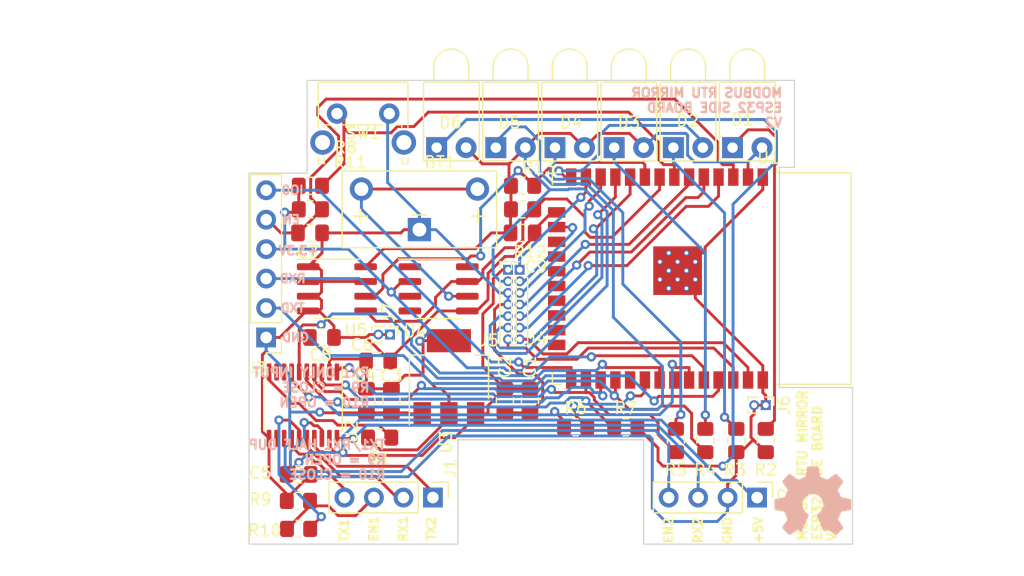
<source format=kicad_pcb>
(kicad_pcb (version 20211014) (generator pcbnew)
  (title_block (title "Modbus RTU mirror side board"))
  (layers (0 "F.Cu" signal) (31 "B.Cu" signal) (34 "B.Paste" user) (35 "F.Paste" user) (36 "B.SilkS" user "B.Silkscreen") (37 "F.SilkS" user "F.Silkscreen") (38 "B.Mask" user) (39 "F.Mask" user) (44 "Edge.Cuts" user))
  (net 0 "")
  (net 1 "/ESP_IO39")
  (net 2 "/ESP_IO36")
  (net 13 "Net-(J1-Pad1)")
  (net 14 "GND")
  (net 15 "+3.3V")
  (net 16 "+5V")
  (net 20 "Net-(D1-Pad1)")
  (net 21 "Net-(D2-Pad1)")
  (net 22 "/STP_LED")
  (net 23 "Net-(D3-Pad1)")
  (net 24 "/TX2_LED")
  (net 25 "Net-(U1-Pad31)")
  (net 26 "Net-(D4-Pad1)")
  (net 27 "Net-(D5-Pad1)")
  (net 28 "Net-(D6-Pad1)")
  (net 29 "/RX2_LED")
  (net 30 "/TX1_LED")
  (net 31 "/RX1_LED")
  (net 32 "+BATT")
  (net 33 "/STP_SW")
  (net 34 "/ESP_TXD")
  (net 35 "/ESP_RXD")
  (net 36 "/ESP_EN")
  (net 37 "/ESP_IO0")
  (net 38 "Net-(U1-Pad27)")
  (net 39 "/I2C0_SDA")
  (net 40 "/I2C0_SCL")
  (net 45 "Net-(J1-Pad2)")
  (net 46 "Net-(J1-Pad3)")
  (net 47 "Net-(J1-Pad4)")
  (net 48 "Net-(J2-Pad3)")
  (net 49 "Net-(J2-Pad4)")
  (net 50 "Net-(R1-Pad2)")
  (net 51 "Net-(R10-Pad2)")
  (net 52 "/ESP_IO13")
  (net 53 "/ESP_IO14")
  (net 54 "/ESP_IO22")
  (net 55 "/ESP_IO25")
  (net 56 "/ESP_IO26")
  (net 57 "/ESP_IO23")
  (net 58 "/ESP_IO27")
  (net 59 "/ESP_IO34")
  (footprint "Resistor_SMD:R_0805_2012Metric_Pad1.20x1.40mm_HandSolder" (layer "F.Cu") (at 104.267 138.684)
    (fp_text reference "R10")
    (fp_text value "NONE")
  )
  (footprint "Resistor_SMD:R_0805_2012Metric_Pad1.20x1.40mm_HandSolder" (layer "F.Cu") (at 139.319 131.064 90)
    (fp_text reference "R4")
    (fp_text value "1k")
  )
  (footprint "Resistor_SMD:R_0805_2012Metric_Pad1.20x1.40mm_HandSolder" (layer "F.Cu") (at 105.283 111.125)
    (fp_text reference "R11")
    (fp_text value "10k")
  )
  (footprint "Capacitor_SMD:C_0805_2012Metric_Pad1.18x1.45mm_HandSolder" (layer "F.Cu") (at 123.57 113.157)
    (fp_text reference "C9")
    (fp_text value "100nF")
  )
  (footprint "Capacitor_SMD:C_0805_2012Metric_Pad1.18x1.45mm_HandSolder" (layer "F.Cu") (at 111.125 124.206)
    (fp_text reference "C6")
    (fp_text value "100nF")
  )
  (footprint "Resistor_SMD:R_0805_2012Metric_Pad1.20x1.40mm_HandSolder" (layer "F.Cu") (at 132.461 129.921)
    (fp_text reference "R7")
    (fp_text value "1k")
  )
  (footprint "LED_THT_horizontal_holder:LED_D3.0mm_4.5x9.5mm" (layer "F.Cu") (at 136.563 105.8 180)
    (fp_text reference "D2")
    (fp_text value "LED")
  )
  (footprint "Capacitor_SMD:C_0805_2012Metric_Pad1.18x1.45mm_HandSolder" (layer "F.Cu") (at 106.2775 122.174)
    (fp_text reference "C8")
    (fp_text value "100nF")
  )
  (footprint "Package_SO:SOIC-8_3.9x4.9mm_P1.27mm" (layer "F.Cu") (at 107.569 117.983)
    (fp_text reference "U5")
    (fp_text value "FM24C64C")
  )
  (footprint "Connector_PinHeader_1.00mm:PinHeader_1x02_P1.00mm_Vertical" (layer "F.Cu") (at 112.141 121.92 -90)
    (fp_text reference "J7")
    (fp_text value "Conn_01x02_Male")
  )
  (footprint "Battery_rtc:CR2032_Vertical_CircularHoles" (layer "F.Cu") (at 114.681 112.875 180)
    (fp_text reference "BT1")
    (fp_text value "Battery_Cell")
  )
  (footprint "Resistor_SMD:R_0805_2012Metric_Pad1.20x1.40mm_HandSolder" (layer "F.Cu") (at 123.57 111.125)
    (fp_text reference "R12")
    (fp_text value "4.7k")
  )
  (footprint "LED_THT_horizontal_holder:LED_D3.0mm_4.5x9.5mm" (layer "F.Cu") (at 141.663 105.8 180)
    (fp_text reference "D1")
    (fp_text value "LED")
  )
  (footprint "Resistor_SMD:R_0805_2012Metric_Pad1.20x1.40mm_HandSolder" (layer "F.Cu") (at 144.526 131.064 90)
    (fp_text reference "R2")
    (fp_text value "1k")
  )
  (footprint "LED_THT_horizontal_holder:LED_D3.0mm_4.5x9.5mm" (layer "F.Cu") (at 131.463 105.8 180)
    (fp_text reference "D3")
    (fp_text value "LED")
  )
  (footprint "Resistor_SMD:R_0805_2012Metric_Pad1.20x1.40mm_HandSolder" (layer "F.Cu") (at 141.986 131.064 90)
    (fp_text reference "R3")
    (fp_text value "1k")
  )
  (footprint "Resistor_SMD:R_0805_2012Metric_Pad1.20x1.40mm_HandSolder" (layer "F.Cu") (at 128.143 129.921)
    (fp_text reference "R6")
    (fp_text value "1k")
  )
  (footprint "Connector_PinHeader_2.54mm:PinHeader_1x06_P2.54mm_Vertical" (layer "F.Cu") (at 101.473 122.174 180)
    (fp_text reference "J3")
    (fp_text value "Conn_01x06_Male")
  )
  (footprint "Resistor_SMD:R_0805_2012Metric_Pad1.20x1.40mm_HandSolder" (layer "F.Cu") (at 105.283 109.093)
    (fp_text reference "R8")
    (fp_text value "10k")
  )
  (footprint "Connector_PinHeader_1.00mm:PinHeader_1x07_P1.00mm_Vertical" (layer "F.Cu") (at 122.317 116.332)
    (fp_text reference "J5")
    (fp_text value "Conn_01x07_Male")
  )
  (footprint "Package_SO:TSSOP-20_4.4x6.5mm_P0.65mm" (layer "F.Cu") (at 104.648 128.016 -90)
    (fp_text reference "U2")
    (fp_text value "TXS0108EPW")
  )
  (footprint "Connector_PinHeader_1.00mm:PinHeader_1x07_P1.00mm_Vertical" (layer "F.Cu") (at 123.317 116.332)
    (fp_text reference "J4")
    (fp_text value "Conn_01x07_Male")
  )
  (footprint "Capacitor_SMD:C_0805_2012Metric_Pad1.18x1.45mm_HandSolder" (layer "F.Cu") (at 122.047 127.635 -90)
    (fp_text reference "C2")
    (fp_text value "22uF")
  )
  (footprint "Resistor_SMD:R_0805_2012Metric_Pad1.20x1.40mm_HandSolder" (layer "F.Cu") (at 111.252 130.81)
    (fp_text reference "R1")
    (fp_text value "0")
  )
  (footprint "LED_THT_horizontal_holder:LED_D3.0mm_4.5x9.5mm" (layer "F.Cu") (at 126.363 105.8 180)
    (fp_text reference "D4")
    (fp_text value "LED")
  )
  (footprint "Capacitor_SMD:C_0805_2012Metric_Pad1.18x1.45mm_HandSolder" (layer "F.Cu") (at 124.206 127.635 -90)
    (fp_text reference "C1")
    (fp_text value "100nF")
  )
  (footprint "Capacitor_SMD:C_0805_2012Metric_Pad1.18x1.45mm_HandSolder" (layer "F.Cu") (at 110.109 127.635 -90)
    (fp_text reference "C4")
    (fp_text value "100nF")
  )
  (footprint "Connector_PinHeader_1.00mm:PinHeader_1x02_P1.00mm_Vertical" (layer "F.Cu") (at 144.526 128.016 -90)
    (fp_text reference "J6")
    (fp_text value "Conn_01x02_Male")
  )
  (footprint "RF_Module:ESP32-WROOM-32" (layer "F.Cu") (at 136.017 117.094 -90)
    (fp_text reference "U1")
    (fp_text value "ESP32-WROOM-32")
  )
  (footprint "Capacitor_SMD:C_0805_2012Metric_Pad1.18x1.45mm_HandSolder" (layer "F.Cu") (at 104.267 133.985)
    (fp_text reference "C5")
    (fp_text value "100nF")
  )
  (footprint "Connector_PinHeader_2.54mm:PinHeader_1x04_P2.54mm_Vertical" (layer "F.Cu") (at 115.84 135.98 -90)
    (fp_text reference "J1")
    (fp_text value "Conn_01x04_Male")
  )
  (footprint "Resistor_SMD:R_0805_2012Metric_Pad1.20x1.40mm_HandSolder" (layer "F.Cu") (at 104.251 136.271 180)
    (fp_text reference "R9")
    (fp_text value "0")
  )
  (footprint "Resistor_SMD:R_0805_2012Metric_Pad1.20x1.40mm_HandSolder" (layer "F.Cu") (at 123.57 109.093)
    (fp_text reference "R13")
    (fp_text value "4.7k")
  )
  (footprint "Package_SO:SOIC-8_3.9x4.9mm_P1.27mm" (layer "F.Cu") (at 116.332 117.983)
    (fp_text reference "U4")
    (fp_text value "DS3231MZ")
  )
  (footprint "LED_THT_horizontal_holder:LED_D3.0mm_4.5x9.5mm" (layer "F.Cu") (at 116.163 105.8 180)
    (fp_text reference "D6")
    (fp_text value "LED")
  )
  (footprint "Button_Switch_THT:SW_Tactile_SPST_Angled_PTS645Vx31-2LFS" (layer "F.Cu") (at 107.58 102.8675)
    (fp_text reference "SW1")
    (fp_text value "SW_Push")
  )
  (footprint "Package_TO_SOT_SMD:SOT-223-3_TabPin2" (layer "F.Cu") (at 117.221 125.603 90)
    (fp_text reference "U3")
    (fp_text value "AMS1117-3.3")
  )
  (footprint "Connector_PinHeader_2.54mm:PinHeader_1x04_P2.54mm_Vertical" (layer "F.Cu") (at 143.78 135.98 -90)
    (fp_text reference "J2")
    (fp_text value "Conn_01x04_Male")
  )
  (footprint "Capacitor_SMD:C_0805_2012Metric_Pad1.18x1.45mm_HandSolder" (layer "F.Cu") (at 112.268 127.635 -90)
    (fp_text reference "C3")
    (fp_text value "22uF")
  )
  (footprint "LED_THT_horizontal_holder:LED_D3.0mm_4.5x9.5mm" (layer "F.Cu") (at 121.263 105.8 180)
    (fp_text reference "D5")
    (fp_text value "LED")
  )
  (footprint "Capacitor_SMD:C_0805_2012Metric_Pad1.18x1.45mm_HandSolder" (layer "F.Cu") (at 105.2525 113.157)
    (fp_text reference "C7")
    (fp_text value "100nF")
  )
  (footprint "Resistor_SMD:R_0805_2012Metric_Pad1.20x1.40mm_HandSolder" (layer "F.Cu") (at 136.779 131.064 90)
    (fp_text reference "R5")
    (fp_text value "1k")
  )
  (footprint "Symbol:OSHW-Symbol_6.7x6mm_SilkScreen" (layer "B.Cu") (at 148.59 136.271 180)
    (fp_text reference "REF**" hide)
    (fp_text value "OSHW-Symbol_6.7x6mm_SilkScreen" hide)
  )
  (gr_line (start 100 140) (end 118 140) (layer "Edge.Cuts") (width 0.1))
  (gr_line (start 118 131) (end 134 131) (layer "Edge.Cuts") (width 0.1))
  (gr_line (start 152 140) (end 152 126.5) (layer "Edge.Cuts") (width 0.1))
  (gr_line (start 118 140) (end 118 131) (layer "Edge.Cuts") (width 0.1))
  (gr_line (start 134 140) (end 152 140) (layer "Edge.Cuts") (width 0.1))
  (gr_line (start 147 107.5) (end 147 100) (layer "Edge.Cuts") (width 0.1))
  (gr_line (start 145.7 126.5) (end 152 126.5) (layer "Edge.Cuts") (width 0.1))
  (gr_line (start 100 140) (end 100 108) (layer "Edge.Cuts") (width 0.1))
  (gr_line (start 100 108) (end 105 108) (layer "Edge.Cuts") (width 0.1))
  (gr_line (start 145.7 107.5) (end 145.7 126.5) (layer "Edge.Cuts") (width 0.1))
  (gr_line (start 105 108) (end 105 100) (layer "Edge.Cuts") (width 0.1))
  (gr_line (start 147 107.5) (end 145.7 107.5) (layer "Edge.Cuts") (width 0.1))
  (gr_line (start 134 140) (end 134 131) (layer "Edge.Cuts") (width 0.1))
  (gr_line (start 105 100) (end 147 100) (layer "Edge.Cuts") (width 0.1))
  (gr_text "RX1 ONLY INPUT\nR9 = CLOSE\nR10 = OPEN" (at 110.49 126.492) (layer "B.SilkS") (effects (font (size 0.8 0.8) (thickness 0.2)) (justify left mirror)))
  (gr_text "RXD" (at 103.759 117.094) (layer "B.SilkS") (effects (font (size 0.75 0.75) (thickness 0.1875)) (justify mirror)))
  (gr_text "TX1/RX1 HALF DUP\nR9 = OPEN\nR10 = CLOSE" (at 111.887 132.715) (layer "B.SilkS") (effects (font (size 0.8 0.8) (thickness 0.2)) (justify left mirror)))
  (gr_text "+3.3V" (at 104.267 114.681) (layer "B.SilkS") (effects (font (size 0.75 0.75) (thickness 0.1875)) (justify mirror)))
  (gr_text "IO0" (at 103.759 109.474) (layer "B.SilkS") (effects (font (size 0.75 0.75) (thickness 0.1875)) (justify mirror)))
  (gr_text "GND" (at 104.013 122.174) (layer "B.SilkS") (effects (font (size 0.75 0.75) (thickness 0.1875)) (justify mirror)))
  (gr_text "EN" (at 103.632 112.014) (layer "B.SilkS") (effects (font (size 0.75 0.75) (thickness 0.1875)) (justify mirror)))
  (gr_text "TXD" (at 103.759 119.634) (layer "B.SilkS") (effects (font (size 0.75 0.75) (thickness 0.1875)) (justify mirror)))
  (gr_text "MODBUS RTU MIRROR\nESP32 SIDE BOARD\nV2" (at 146.05 102.362) (layer "B.SilkS") (effects (font (size 0.8 0.8) (thickness 0.2)) (justify left mirror)))
  (gr_text "+5V" (at 143.891 138.811 90) (layer "F.SilkS") (effects (font (size 0.75 0.75) (thickness 0.1875))))
  (gr_text "EN2" (at 136.144 138.811 90) (layer "F.SilkS") (effects (font (size 0.75 0.75) (thickness 0.1875))))
  (gr_text "MODBUS RTU MIRROR\nESP32 SIDE BOARD\nV2" (at 148.971 139.827 90) (layer "F.SilkS") (effects (font (size 0.8 0.8) (thickness 0.2)) (justify left)))
  (gr_text "TX2" (at 115.697 138.684 90) (layer "F.SilkS") (effects (font (size 0.75 0.75) (thickness 0.1875))))
  (gr_text "RX2" (at 138.684 138.811 90) (layer "F.SilkS") (effects (font (size 0.75 0.75) (thickness 0.1875))))
  (gr_text "RX1" (at 113.284 138.684 90) (layer "F.SilkS") (effects (font (size 0.75 0.75) (thickness 0.1875))))
  (gr_text "EN1" (at 110.744 138.684 90) (layer "F.SilkS") (effects (font (size 0.75 0.75) (thickness 0.1875))))
  (gr_text "GND" (at 141.224 138.811 90) (layer "F.SilkS") (effects (font (size 0.75 0.75) (thickness 0.1875))))
  (gr_text "TX1" (at 108.204 138.811 90) (layer "F.SilkS") (effects (font (size 0.75 0.75) (thickness 0.1875))))
  (segment (start 137.6385 110.109) (end 132.9395 114.808) (width 0.25) (layer "F.Cu") (net 1))
  (segment (start 129.3517 114.808) (end 128.2298 115.9299) (width 0.25) (layer "F.Cu") (net 1))
  (segment (start 139.187 108.344) (end 139.187 109.606) (width 0.25) (layer "F.Cu") (net 1))
  (segment (start 139.187 109.606) (end 138.684 110.109) (width 0.25) (layer "F.Cu") (net 1))
  (segment (start 132.9395 114.808) (end 129.3517 114.808) (width 0.25) (layer "F.Cu") (net 1))
  (segment (start 138.684 110.109) (end 137.6385 110.109) (width 0.25) (layer "F.Cu") (net 1))
  (via (at 128.2298 115.9299) (size 0.8) (drill 0.4) (layers "F.Cu" "B.Cu") (net 1))
  (segment (start 123.317 120.332) (end 123.8277 120.332) (width 0.25) (layer "B.Cu") (net 1))
  (segment (start 123.8277 120.332) (end 128.2298 115.9299) (width 0.25) (layer "B.Cu") (net 1))
  (segment (start 139.573 110.871) (end 137.668 110.871) (width 0.25) (layer "F.Cu") (net 2))
  (segment (start 140.457 108.344) (end 140.457 109.987) (width 0.25) (layer "F.Cu") (net 2))
  (segment (start 132.5628 115.9762) (end 129.2302 115.9762) (width 0.25) (layer "F.Cu") (net 2))
  (segment (start 137.668 110.871) (end 132.5628 115.9762) (width 0.25) (layer "F.Cu") (net 2))
  (segment (start 140.457 109.987) (end 139.573 110.871) (width 0.25) (layer "F.Cu") (net 2))
  (via (at 129.2302 115.9762) (size 0.8) (drill 0.4) (layers "F.Cu" "B.Cu") (net 2))
  (segment (start 123.317 121.332) (end 124.0673 121.332) (width 0.25) (layer "B.Cu") (net 2))
  (segment (start 124.0673 121.332) (end 129.2302 116.1691) (width 0.25) (layer "B.Cu") (net 2))
  (segment (start 129.2302 116.1691) (end 129.2302 115.9762) (width 0.25) (layer "B.Cu") (net 2))
  (segment (start 105.623 131.5815) (end 105.623 130.8785) (width 0.25) (layer "F.Cu") (net 13))
  (segment (start 115.84 135.98) (end 115.84 135.525) (width 0.25) (layer "F.Cu") (net 13))
  (segment (start 106.0751 132.0336) (end 105.623 131.5815) (width 0.25) (layer "F.Cu") (net 13))
  (segment (start 107.6523 133.2824) (end 106.4035 132.0336) (width 0.25) (layer "F.Cu") (net 13))
  (segment (start 106.4035 132.0336) (end 106.0751 132.0336) (width 0.25) (layer "F.Cu") (net 13))
  (segment (start 113.5974 133.2824) (end 107.6523 133.2824) (width 0.25) (layer "F.Cu") (net 13))
  (segment (start 115.84 135.525) (end 113.5974 133.2824) (width 0.25) (layer "F.Cu") (net 13))
  (segment (start 143.256 129.0363) (end 143.256 130.794) (width 0.25) (layer "F.Cu") (net 14))
  (segment (start 105.887 118.618) (end 105.094 118.618) (width 0.25) (layer "F.Cu") (net 14))
  (segment (start 106.29 113.157) (end 106.29 114.882) (width 0.25) (layer "F.Cu") (net 14))
  (segment (start 138.452 117.939) (end 138.452 118.7893) (width 0.25) (layer "F.Cu") (net 14))
  (segment (start 138.452 118.7893) (end 144.267 124.6043) (width 0.25) (layer "F.Cu") (net 14))
  (segment (start 105.5012 115.6708) (end 105.094 116.078) (width 0.25) (layer "F.Cu") (net 14))
  (segment (start 105.5012 115.6708) (end 106.2434 116.413) (width 0.25) (layer "F.Cu") (net 14))
  (segment (start 136.927 117.939) (end 136.1645 117.939) (width 0.25) (layer "F.Cu") (net 14))
  (segment (start 124.206 128.6725) (end 125.3041 127.5744) (width 0.25) (layer "F.Cu") (net 14))
  (segment (start 114.681 112.875) (end 113.3557 112.875) (width 0.25) (layer "F.Cu") (net 14))
  (segment (start 141.24 135.98) (end 141.24 134.8047) (width 0.25) (layer "F.Cu") (net 14))
  (segment (start 106.2434 118.9744) (end 105.887 118.618) (width 0.25) (layer "F.Cu") (net 14))
  (segment (start 111.887 123.952) (end 112.2279 123.952) (width 0.25) (layer "F.Cu") (net 14))
  (segment (start 113.0737 113.157) (end 113.3557 112.875) (width 0.25) (layer "F.Cu") (net 14))
  (segment (start 113.7652 128.6725) (end 113.8457 128.753) (width 0.25) (layer "F.Cu") (net 14))
  (segment (start 138.452 116.414) (end 138.452 115.6515) (width 0.25) (layer "F.Cu") (net 14))
  (segment (start 106.2434 117.348) (end 105.094 117.348) (width 0.25) (layer "F.Cu") (net 14))
  (segment (start 107.315 121.1715) (end 106.0315 119.888) (width 0.25) (layer "F.Cu") (net 14))
  (segment (start 136.1645 117.939) (end 135.402 117.939) (width 0.25) (layer "F.Cu") (net 14))
  (segment (start 107.315 122.174) (end 107.315 121.1715) (width 0.25) (layer "F.Cu") (net 14))
  (segment (start 106.1585 128.6725) (end 106.0962 128.6102) (width 0.25) (layer "F.Cu") (net 14))
  (segment (start 138.452 117.939) (end 137.6895 117.939) (width 0.25) (layer "F.Cu") (net 14))
  (segment (start 138.452 116.414) (end 138.452 117.1765) (width 0.25) (layer "F.Cu") (net 14))
  (segment (start 112.2279 123.952) (end 116.2919 119.888) (width 0.25) (layer "F.Cu") (net 14))
  (segment (start 106.29 113.157) (end 113.0737 113.157) (width 0.25) (layer "F.Cu") (net 14))
  (segment (start 110.109 128.6725) (end 112.268 128.6725) (width 0.25) (layer "F.Cu") (net 14))
  (segment (start 121.158 123.2787) (end 121.158 119.762396) (width 0.25) (layer "F.Cu") (net 14))
  (segment (start 101.723 130.8785) (end 101.723 134.1392) (width 0.25) (layer "F.Cu") (net 14))
  (segment (start 101.723 134.1392) (end 103.4367 135.8528) (width 0.25) (layer "F.Cu") (net 14))
  (segment (start 139.3023 114.384) (end 144.267 109.4193) (width 0.25) (layer "F.Cu") (net 14))
  (segment (start 124.5899 125.3244) (end 123.2037 125.3244) (width 0.25) (layer "F.Cu") (net 14))
  (segment (start 144.267 125.844) (end 144.267 126.9193) (width 0.25) (layer "F.Cu") (net 14))
  (segment (start 110.044 117.348) (end 106.2434 117.348) (width 0.25) (layer "F.Cu") (net 14))
  (segment (start 106.0315 119.888) (end 105.094 119.888) (width 0.25) (layer "F.Cu") (net 14))
  (segment (start 124.6075 112.8649) (end 126.0884 111.384) (width 0.25) (layer "F.Cu") (net 14))
  (segment (start 121.4939 119.426496) (end 121.4939 119.4251) (width 0.25) (layer "F.Cu") (net 14))
  (segment (start 136.1645 114.889) (end 136.927 114.889) (width 0.25) (layer "F.Cu") (net 14))
  (segment (start 143.526 128.016) (end 144.2763 128.016) (width 0.25) (layer "F.Cu") (net 14))
  (segment (start 144.526 128.016) (end 144.2763 128.016) (width 0.25) (layer "F.Cu") (net 14))
  (segment (start 143.4524 130.9904) (end 144.526 132.064) (width 0.25) (layer "F.Cu") (net 14))
  (segment (start 126.0884 111.384) (end 126.507 111.384) (width 0.25) (layer "F.Cu") (net 14))
  (segment (start 136.927 114.889) (end 137.6895 114.889) (width 0.25) (layer "F.Cu") (net 14))
  (segment (start 121.587 119.332) (end 122.317 119.332) (width 0.25) (layer "F.Cu") (net 14))
  (segment (start 135.402 117.1765) (end 135.402 116.414) (width 0.25) (layer "F.Cu") (net 14))
  (segment (start 136.927 117.1765) (end 136.927 116.414) (width 0.25) (layer "F.Cu") (net 14))
  (segment (start 138.452 116.414) (end 137.6895 116.414) (width 0.25) (layer "F.Cu") (net 14))
  (segment (start 144.267 124.6043) (end 144.267 125.844) (width 0.25) (layer "F.Cu") (net 14))
  (segment (start 124.6075 113.157) (end 124.6075 112.8649) (width 0.25) (layer "F.Cu") (net 14))
  (segment (start 136.1645 116.414) (end 136.927 116.414) (width 0.25) (layer "F.Cu") (net 14))
  (segment (start 135.402 114.889) (end 135.402 115.6515) (width 0.25) (layer "F.Cu") (net 14))
  (segment (start 101.473 122.174) (end 102.6483 122.174) (width 0.25) (layer "F.Cu") (net 14))
  (segment (start 141.986 134.0587) (end 141.24 134.8047) (width 0.25) (layer "F.Cu") (net 14))
  (segment (start 106.0315 119.888) (end 106.2434 119.6761) (width 0.25) (layer "F.Cu") (net 14))
  (segment (start 123.2037 125.3244) (end 121.158 123.2787) (width 0.25) (layer "F.Cu") (net 14))
  (segment (start 121.4939 119.4251) (end 121.587 119.332) (width 0.25) (layer "F.Cu") (net 14))
  (segment (start 111.141 121.92) (end 112.141 121.92) (width 0.25) (layer "F.Cu") (net 14))
  (segment (start 101.1482 130.3037) (end 101.723 130.8785) (width 0.25) (layer "F.Cu") (net 14))
  (segment (start 106.2434 116.413) (end 106.2434 117.348) (width 0.25) (layer "F.Cu") (net 14))
  (segment (start 103.251 136.271) (end 103.251 136.0385) (width 0.25) (layer "F.Cu") (net 14))
  (segment (start 120.5939 118.9033) (end 120.5939 116.6421) (width 0.25) (layer "F.Cu") (net 14))
  (segment (start 136.927 116.414) (end 137.6895 116.414) (width 0.25) (layer "F.Cu") (net 14))
  (segment (start 120.5939 116.6421) (end 122.047 115.189) (width 0.25) (layer "F.Cu") (net 14))
  (segment (start 138.452 114.889) (end 139.3023 114.889) (width 0.25) (layer "F.Cu") (net 14))
  (segment (start 136.1645 116.414) (end 135.402 116.414) (width 0.25) (layer "F.Cu") (net 14))
  (segment (start 116.2919 119.888) (end 118.807 119.888) (width 0.25) (layer "F.Cu") (net 14))
  (segment (start 121.158 119.762396) (end 121.4939 119.426496) (width 0.25) (layer "F.Cu") (net 14))
  (segment (start 135.402 115.6515) (end 135.402 116.414) (width 0.25) (layer "F.Cu") (net 14))
  (segment (start 122.8218 115.189) (end 124.6075 113.4033) (width 0.25) (layer "F.Cu") (net 14))
  (segment (start 143.526 128.7663) (end 143.256 129.0363) (width 0.25) (layer "F.Cu") (net 14))
  (segment (start 141.986 132.064) (end 141.986 134.0587) (width 0.25) (layer "F.Cu") (net 14))
  (segment (start 103.4367 135.8528) (end 105.3045 133.985) (width 0.25) (layer "F.Cu") (net 14))
  (segment (start 124.6075 113.4033) (end 124.6075 113.157) (width 0.25) (layer "F.Cu") (net 14))
  (segment (start 110.109 122.174) (end 110.363 121.92) (width 0.25) (layer "F.Cu") (net 14))
  (segment (start 104.9343 119.888) (end 102.6483 122.174) (width 0.25) (layer "F.Cu") (net 14))
  (segment (start 118.807 119.888) (end 119.6092 119.888) (width 0.25) (layer "F.Cu") (net 14))
  (segment (start 101.473 122.174) (end 101.473 123.3493) (width 0.25) (layer "F.Cu") (net 14))
  (segment (start 143.256 130.794) (end 143.4524 130.9904) (width 0.25) (layer "F.Cu") (net 14))
  (segment (start 144.267 108.344) (end 144.267 109.4193) (width 0.25) (layer "F.Cu") (net 14))
  (segment (start 110.109 128.6725) (end 106.1585 128.6725) (width 0.25) (layer "F.Cu") (net 14))
  (segment (start 137.6895 114.889) (end 138.452 114.889) (width 0.25) (layer "F.Cu") (net 14))
  (segment (start 124.206 128.6725) (end 122.047 128.6725) (width 0.25) (layer "F.Cu") (net 14))
  (segment (start 107.315 122.174) (end 110.109 122.174) (width 0.25) (layer "F.Cu") (net 14))
  (segment (start 144.526 127.1783) (end 144.526 128.016) (width 0.25) (layer "F.Cu") (net 14))
  (segment (start 125.3041 127.5744) (end 125.3041 126.0386) (width 0.25) (layer "F.Cu") (net 14))
  (segment (start 119.6092 119.888) (end 120.5939 118.9033) (width 0.25) (layer "F.Cu") (net 14))
  (segment (start 103.251 136.0385) (end 103.4367 135.8528) (width 0.25) (layer "F.Cu") (net 14))
  (segment (start 136.927 116.414) (end 136.927 115.6515) (width 0.25) (layer "F.Cu") (net 14))
  (segment (start 106.2434 117.348) (end 106.2434 118.2616) (width 0.25) (layer "F.Cu") (net 14))
  (segment (start 136.1645 114.889) (end 135.402 114.889) (width 0.25) (layer "F.Cu") (net 14))
  (segment (start 144.267 126.9193) (end 144.526 127.1783) (width 0.25) (layer "F.Cu") (net 14))
  (segment (start 138.452 117.1765) (end 138.452 117.939) (width 0.25) (layer "F.Cu") (net 14))
  (segment (start 143.526 128.016) (end 143.526 128.7663) (width 0.25) (layer "F.Cu") (net 14))
  (segment (start 122.047 115.189) (end 122.8218 115.189) (width 0.25) (layer "F.Cu") (net 14))
  (segment (start 101.473 123.3493) (end 101.1482 123.6741) (width 0.25) (layer "F.Cu") (net 14))
  (segment (start 106.2434 118.2616) (end 105.887 118.618) (width 0.25) (layer "F.Cu") (net 14))
  (segment (start 135.402 117.939) (end 135.402 117.1765) (width 0.25) (layer "F.Cu") (net 14))
  (segment (start 139.3023 114.889) (end 139.3023 114.384) (width 0.25) (layer "F.Cu") (net 14))
  (segment (start 142.3788 132.064) (end 143.4524 130.9904) (width 0.25) (layer "F.Cu") (net 14))
  (segment (start 101.1482 123.6741) (end 101.1482 130.3037) (width 0.25) (layer "F.Cu") (net 14))
  (segment (start 106.29 114.882) (end 105.5012 115.6708) (width 0.25) (layer "F.Cu") (net 14))
  (segment (start 110.363 121.92) (end 111.141 121.92) (width 0.25) (layer "F.Cu") (net 14))
  (segment (start 112.268 128.6725) (end 113.7652 128.6725) (width 0.25) (layer "F.Cu") (net 14))
  (segment (start 105.094 119.888) (end 104.9343 119.888) (width 0.25) (layer "F.Cu") (net 14))
  (segment (start 114.921 128.753) (end 113.8457 128.753) (width 0.25) (layer "F.Cu") (net 14))
  (segment (start 125.3041 126.0386) (end 124.5899 125.3244) (width 0.25) (layer "F.Cu") (net 14))
  (segment (start 106.2434 119.6761) (end 106.2434 118.9744) (width 0.25) (layer "F.Cu") (net 14))
  (segment (start 141.986 132.064) (end 142.3788 132.064) (width 0.25) (layer "F.Cu") (net 14))
  (segment (start 110.109 122.174) (end 111.887 123.952) (width 0.25) (layer "F.Cu") (net 14))
  (via (at 106.0962 128.6102) (size 0.8) (drill 0.4) (layers "F.Cu" "B.Cu") (net 14))
  (segment (start 121.9419 118.332) (end 122.1916 118.5817) (width 0.25) (layer "B.Cu") (net 14))
  (segment (start 101.473 123.3493) (end 103.505 125.3813) (width 0.25) (layer "B.Cu") (net 14))
  (segment (start 134.747 136.906) (end 135.89 138.049) (width 0.25) (layer "B.Cu") (net 14))
  (segment (start 141.24 137.144) (end 141.24 135.98) (width 0.25) (layer "B.Cu") (net 14))
  (segment (start 111.9407 108.8094) (end 111.9407 103.0068) (width 0.25) (layer "B.Cu") (net 14))
  (segment (start 116.1097 112.875) (end 114.681 112.875) (width 0.25) (layer "B.Cu") (net 14))
  (segment (start 103.505 128.6102) (end 106.0962 128.6102) (width 0.25) (layer "B.Cu") (net 14))
  (segment (start 113.7156 134.1884) (end 117.2394 130.6646) (width 0.25) (layer "B.Cu") (net 14))
  (segment (start 103.111 131.6306) (end 103.111 133.4651) (width 0.25) (layer "B.Cu") (net 14))
  (segment (start 111.9407 103.0068) (end 112.08 102.8675) (width 0.25) (layer "B.Cu") (net 14))
  (segment (start 134.747 130.937) (end 134.747 136.906) (width 0.25) (layer "B.Cu") (net 14))
  (segment (start 103.505 131.2366) (end 103.111 131.6306) (width 0.25) (layer "B.Cu") (net 14))
  (segment (start 140.335 138.049) (end 141.24 137.144) (width 0.25) (layer "B.Cu") (net 14))
  (segment (start 114.681 111.5497) (end 111.9407 108.8094) (width 0.25) (layer "B.Cu") (net 14))
  (segment (start 135.89 138.049) (end 140.335 138.049) (width 0.25) (layer "B.Cu") (net 14))
  (segment (start 122.317 119.332) (end 122.317 118.5817) (width 0.25) (layer "B.Cu") (net 14))
  (segment (start 103.505 125.3813) (end 103.505 128.6102) (width 0.25) (layer "B.Cu") (net 14))
  (segment (start 122.1916 118.5817) (end 122.317 118.5817) (width 0.25) (layer "B.Cu") (net 14))
  (segment (start 117.2394 130.6646) (end 134.4746 130.6646) (width 0.25) (layer "B.Cu") (net 14))
  (segment (start 101.473 122.174) (end 101.473 123.3493) (width 0.25) (layer "B.Cu") (net 14))
  (segment (start 134.4746 130.6646) (end 134.747 130.937) (width 0.25) (layer "B.Cu") (net 14))
  (segment (start 122.317 118.332) (end 121.9419 118.332) (width 0.25) (layer "B.Cu") (net 14))
  (segment (start 114.681 112.875) (end 114.681 111.5497) (width 0.25) (layer "B.Cu") (net 14))
  (segment (start 103.8343 134.1884) (end 113.7156 134.1884) (width 0.25) (layer "B.Cu") (net 14))
  (segment (start 103.111 133.4651) (end 103.8343 134.1884) (width 0.25) (layer "B.Cu") (net 14))
  (segment (start 121.9419 118.332) (end 121.5667 118.332) (width 0.25) (layer "B.Cu") (net 14))
  (segment (start 121.5667 118.332) (end 116.1097 112.875) (width 0.25) (layer "B.Cu") (net 14))
  (segment (start 103.505 128.6102) (end 103.505 131.2366) (width 0.25) (layer "B.Cu") (net 14))
  (segment (start 110.109 126.5975) (end 112.268 126.5975) (width 0.25) (layer "F.Cu") (net 15))
  (segment (start 117.094 129.286) (end 114.5116 131.8684) (width 0.25) (layer "F.Cu") (net 15))
  (segment (start 116.5441 126.5771) (end 116.1457 126.5771) (width 0.25) (layer "F.Cu") (net 15))
  (segment (start 117.094 128.905) (end 117.094 129.286) (width 0.25) (layer "F.Cu") (net 15))
  (segment (start 106.923 124.1984) (end 107.0937 124.0277) (width 0.25) (layer "F.Cu") (net 15))
  (segment (start 105.24 122.174) (end 107.0937 124.0277) (width 0.25) (layer "F.Cu") (net 15))
  (segment (start 107.0937 124.0277) (end 109.7822 124.0277) (width 0.25) (layer "F.Cu") (net 15))
  (segment (start 142.997 107.006) (end 142.997 108.344) (width 0.25) (layer "F.Cu") (net 15))
  (segment (start 128.903 105.8) (end 127.6776 104.5746) (width 0.25) (layer "F.Cu") (net 15))
  (segment (start 122.5325 111.1625) (end 122.5325 113.157) (width 0.25) (layer "F.Cu") (net 15))
  (segment (start 114.9544 122.4943) (end 114.7113 122.4943) (width 0.25) (layer "F.Cu") (net 15))
  (segment (start 119.5337 114.5087) (end 111.6133 114.5087) (width 0.25) (layer "F.Cu") (net 15))
  (segment (start 122.4006 107.2024) (end 122.4006 108.9236) (width 0.25) (layer "F.Cu") (net 15))
  (segment (start 113.4384 125.4271) (end 112.268 126.5975) (width 0.25) (layer "F.Cu") (net 15))
  (segment (start 110.109 124.46) (end 109.855 124.206) (width 0.25) (layer "F.Cu") (net 15))
  (segment (start 112.2565 118.2601) (end 113.1686 117.348) (width 0.25) (layer "F.Cu") (net 15))
  (segment (start 128.903 105.8) (end 130.1283 104.5747) (width 0.25) (layer "F.Cu") (net 15))
  (segment (start 127.6776 104.5746) (end 125.0284 104.5746) (width 0.25) (layer "F.Cu") (net 15))
  (segment (start 117.221 127.254) (end 116.5441 126.5771) (width 0.25) (layer "F.Cu") (net 15))
  (segment (start 125.0284 104.5746) (end 123.803 105.8) (width 0.25) (layer "F.Cu") (net 15))
  (segment (start 103.076 111.3761) (end 104.0319 111.3761) (width 0.25) (layer "F.Cu") (net 15))
  (segment (start 132.7777 104.5747) (end 134.003 105.8) (width 0.25) (layer "F.Cu") (net 15))
  (segment (start 117.221 128.753) (end 117.221 127.254) (width 0.25) (layer "F.Cu") (net 15))
  (segment (start 120.1054 107.2024) (end 122.4006 107.2024) (width 0.25) (layer "F.Cu") (net 15))
  (segment (start 130.1283 104.5747) (end 132.7777 104.5747) (width 0.25) (layer "F.Cu") (net 15))
  (segment (start 116.1457 126.5771) (end 114.9957 125.4271) (width 0.25) (layer "F.Cu") (net 15))
  (segment (start 122.4006 108.9236) (end 122.57 109.093) (width 0.25) (layer "F.Cu") (net 15))
  (segment (start 123.803 105.8) (end 122.4006 107.2024) (width 0.25) (layer "F.Cu") (net 15))
  (segment (start 118.703 105.8) (end 120.1054 107.2024) (width 0.25) (layer "F.Cu") (net 15))
  (segment (start 122.57 109.093) (end 122.57 111.125) (width 0.25) (layer "F.Cu") (net 15))
  (segment (start 104.283 109.093) (end 104.283 111.125) (width 0.25) (layer "F.Cu") (net 15))
  (segment (start 114.9957 122.453) (end 114.9544 122.4943) (width 0.25) (layer "F.Cu") (net 15))
  (segment (start 114.9957 125.4271) (end 113.4384 125.4271) (width 0.25) (layer "F.Cu") (net 15))
  (segment (start 113.1686 117.348) (end 113.857 117.348) (width 0.25) (layer "F.Cu") (net 15))
  (segment (start 144.203 105.8) (end 142.997 107.006) (width 0.25) (layer "F.Cu") (net 15))
  (segment (start 122.57 111.125) (end 122.5325 111.1625) (width 0.25) (layer "F.Cu") (net 15))
  (segment (start 109.7822 124.0277) (end 110.0875 124.333) (width 0.25) (layer "F.Cu") (net 15))
  (segment (start 120.8854 113.157) (end 119.5337 114.5087) (width 0.25) (layer "F.Cu") (net 15))
  (segment (start 111.3104 131.8684) (end 110.252 130.81) (width 0.25) (layer "F.Cu") (net 15))
  (segment (start 111.6133 114.5087) (end 110.044 116.078) (width 0.25) (layer "F.Cu") (net 15))
  (segment (start 122.5325 113.157) (end 120.8854 113.157) (width 0.25) (layer "F.Cu") (net 15))
  (segment (start 114.9957 125.4271) (end 114.9957 122.453) (width 0.25) (layer "F.Cu") (net 15))
  (segment (start 106.923 125.1535) (end 106.923 124.1984) (width 0.25) (layer "F.Cu") (net 15))
  (segment (start 110.109 126.5975) (end 110.109 124.46) (width 0.25) (layer "F.Cu") (net 15))
  (segment (start 117.221 122.453) (end 114.9957 122.453) (width 0.25) (layer "F.Cu") (net 15))
  (segment (start 114.5116 131.8684) (end 111.3104 131.8684) (width 0.25) (layer "F.Cu") (net 15))
  (segment (start 104.0319 111.3761) (end 104.283 111.125) (width 0.25) (layer "F.Cu") (net 15))
  (via (at 112.2565 118.2601) (size 0.8) (drill 0.4) (layers "F.Cu" "B.Cu") (net 15))
  (via (at 114.7113 122.4943) (size 0.8) (drill 0.4) (layers "F.Cu" "B.Cu") (net 15))
  (via (at 103.076 111.3761) (size 0.8) (drill 0.4) (layers "F.Cu" "B.Cu") (net 15))
  (segment (start 137.7884 106.4539) (end 138.3599 107.0254) (width 0.25) (layer "B.Cu") (net 15))
  (segment (start 127.5024 109.429) (end 127.5692 109.3622) (width 0.25) (layer "B.Cu") (net 15))
  (segment (start 137.6389 104.5746) (end 137.7884 104.7241) (width 0.25) (layer "B.Cu") (net 15))
  (segment (start 137.7884 104.7241) (end 137.7884 106.4539) (width 0.25) (layer "B.Cu") (net 15))
  (segment (start 118.7875 124.7911) (end 115.601 121.6046) (width 0.25) (layer "B.Cu") (net 15))
  (segment (start 115.601 121.6046) (end 114.7113 122.4943) (width 0.25) (layer "B.Cu") (net 15))
  (segment (start 128.8865 109.3622) (end 130.8562 111.3319) (width 0.25) (layer "B.Cu") (net 15))
  (segment (start 121.9731 124.7911) (end 118.7875 124.7911) (width 0.25) (layer "B.Cu") (net 15))
  (segment (start 121.031 116.713) (end 121.031 114.3227) (width 0.25) (layer "B.Cu") (net 15))
  (segment (start 130.8562 117.6932) (end 123.5332 125.0162) (width 0.25) (layer "B.Cu") (net 15))
  (segment (start 121.65 117.332) (end 121.031 116.713) (width 0.25) (layer "B.Cu") (net 15))
  (segment (start 103.076 114.554) (end 108.5504 114.554) (width 0.25) (layer "B.Cu") (net 15))
  (segment (start 102.6483 114.554) (end 103.076 114.554) (width 0.25) (layer "B.Cu") (net 15))
  (segment (start 108.5504 114.554) (end 112.2565 118.2601) (width 0.25) (layer "B.Cu") (net 15))
  (segment (start 130.8562 111.3319) (end 130.8562 117.6932) (width 0.25) (layer "B.Cu") (net 15))
  (segment (start 134.003 105.8) (end 135.2284 104.5746) (width 0.25) (layer "B.Cu") (net 15))
  (segment (start 123.5332 125.0162) (end 122.1982 125.0162) (width 0.25) (layer "B.Cu") (net 15))
  (segment (start 125.9247 109.429) (end 127.5024 109.429) (width 0.25) (layer "B.Cu") (net 15))
  (segment (start 115.601 121.6046) (end 112.2565 118.2601) (width 0.25) (layer "B.Cu") (net 15))
  (segment (start 101.473 114.554) (end 102.6483 114.554) (width 0.25) (layer "B.Cu") (net 15))
  (segment (start 122.317 117.332) (end 121.65 117.332) (width 0.25) (layer "B.Cu") (net 15))
  (segment (start 122.1982 125.0162) (end 121.9731 124.7911) (width 0.25) (layer "B.Cu") (net 15))
  (segment (start 142.9776 107.0254) (end 144.203 105.8) (width 0.25) (layer "B.Cu") (net 15))
  (segment (start 123.803 107.3073) (end 123.803 105.8) (width 0.25) (layer "B.Cu") (net 15))
  (segment (start 125.9247 109.429) (end 123.803 107.3073) (width 0.25) (layer "B.Cu") (net 15))
  (segment (start 121.031 114.3227) (end 125.9247 109.429) (width 0.25) (layer "B.Cu") (net 15))
  (segment (start 103.076 114.554) (end 103.076 111.3761) (width 0.25) (layer "B.Cu") (net 15))
  (segment (start 135.2284 104.5746) (end 137.6389 104.5746) (width 0.25) (layer "B.Cu") (net 15))
  (segment (start 138.3599 107.0254) (end 142.9776 107.0254) (width 0.25) (layer "B.Cu") (net 15))
  (segment (start 127.5692 109.3622) (end 128.8865 109.3622) (width 0.25) (layer "B.Cu") (net 15))
  (segment (start 120.142 120.142) (end 120.142 124.6925) (width 0.25) (layer "F.Cu") (net 16))
  (segment (start 120.5963 128.0482) (end 122.047 126.5975) (width 0.25) (layer "F.Cu") (net 16))
  (segment (start 121.0439 117.1113) (end 121.0439 119.2401) (width 0.25) (layer "F.Cu") (net 16))
  (segment (start 106.923 130.8785) (end 106.923 131.5928) (width 0.25) (layer "F.Cu") (net 16))
  (segment (start 116.459 130.81) (end 117.729 130.81) (width 0.25) (layer "F.Cu") (net 16))
  (segment (start 119.521 129.018) (end 119.521 128.753) (width 0.25) (layer "F.Cu") (net 16))
  (segment (start 121.8232 116.332) (end 121.0439 117.1113) (width 0.25) (layer "F.Cu") (net 16))
  (segment (start 114.9181 132.3509) (end 116.459 130.81) (width 0.25) (layer "F.Cu") (net 16))
  (segment (start 108.0853 132.0988) (end 108.3374 132.3509) (width 0.25) (layer "F.Cu") (net 16))
  (segment (start 106.923 131.5928) (end 107.429 132.0988) (width 0.25) (layer "F.Cu") (net 16))
  (segment (start 108.3374 132.3509) (end 114.9181 132.3509) (width 0.25) (layer "F.Cu") (net 16))
  (segment (start 122.047 126.5975) (end 124.206 126.5975) (width 0.25) (layer "F.Cu") (net 16))
  (segment (start 107.429 132.0988) (end 108.0853 132.0988) (width 0.25) (layer "F.Cu") (net 16))
  (segment (start 120.5963 128.753) (end 120.5963 128.0482) (width 0.25) (layer "F.Cu") (net 16))
  (segment (start 121.0439 119.2401) (end 120.142 120.142) (width 0.25) (layer "F.Cu") (net 16))
  (segment (start 117.729 130.81) (end 119.521 129.018) (width 0.25) (layer "F.Cu") (net 16))
  (segment (start 104.2562 132.9583) (end 104.2901 132.9583) (width 0.25) (layer "F.Cu") (net 16))
  (segment (start 120.142 124.6925) (end 122.047 126.5975) (width 0.25) (layer "F.Cu") (net 16))
  (segment (start 122.317 116.332) (end 121.8232 116.332) (width 0.25) (layer "F.Cu") (net 16))
  (segment (start 119.521 128.753) (end 120.5963 128.753) (width 0.25) (layer "F.Cu") (net 16))
  (segment (start 103.2295 133.985) (end 104.2562 132.9583) (width 0.25) (layer "F.Cu") (net 16))
  (via (at 108.0853 132.0988) (size 0.8) (drill 0.4) (layers "F.Cu" "B.Cu") (net 16))
  (via (at 104.2901 132.9583) (size 0.8) (drill 0.4) (layers "F.Cu" "B.Cu") (net 16))
  (segment (start 108.0853 130.723) (end 109.5141 129.2942) (width 0.25) (layer "B.Cu") (net 16))
  (segment (start 141.986 134.493) (end 143.473 135.98) (width 0.25) (layer "B.Cu") (net 16))
  (segment (start 105.1496 132.0988) (end 104.2901 132.9583) (width 0.25) (layer "B.Cu") (net 16))
  (segment (start 143.473 135.98) (end 143.78 135.98) (width 0.25) (layer "B.Cu") (net 16))
  (segment (start 140.716 134.493) (end 141.986 134.493) (width 0.25) (layer "B.Cu") (net 16))
  (segment (start 108.0853 132.0988) (end 108.0853 130.723) (width 0.25) (layer "B.Cu") (net 16))
  (segment (start 135.5172 129.2942) (end 140.716 134.493) (width 0.25) (layer "B.Cu") (net 16))
  (segment (start 109.5141 129.2942) (end 135.5172 129.2942) (width 0.25) (layer "B.Cu") (net 16))
  (segment (start 108.0853 132.0988) (end 105.1496 132.0988) (width 0.25) (layer "B.Cu") (net 16))
  (segment (start 144.526 130.064) (end 145.2763 129.3137) (width 0.25) (layer "F.Cu") (net 20))
  (segment (start 145.2763 107.3167) (end 145.4378 107.1552) (width 0.25) (layer "F.Cu") (net 20))
  (segment (start 145.4378 104.9248) (end 144.78 104.267) (width 0.25) (layer "F.Cu") (net 20))
  (segment (start 144.78 104.267) (end 143.002 104.267) (width 0.25) (layer "F.Cu") (net 20))
  (segment (start 145.4378 107.1552) (end 145.4378 104.9248) (width 0.25) (layer "F.Cu") (net 20))
  (segment (start 141.663 105.606) (end 141.663 105.8) (width 0.25) (layer "F.Cu") (net 20))
  (segment (start 143.002 104.267) (end 141.663 105.606) (width 0.25) (layer "F.Cu") (net 20))
  (segment (start 145.2763 129.3137) (end 145.2763 107.3167) (width 0.25) (layer "F.Cu") (net 20))
  (segment (start 141.986 130.064) (end 140.973 129.051) (width 0.25) (layer "F.Cu") (net 21))
  (via (at 140.973 129.051) (size 0.8) (drill 0.4) (layers "F.Cu" "B.Cu") (net 21))
  (segment (start 140.973 111.4353) (end 140.973 129.051) (width 0.25) (layer "B.Cu") (net 21))
  (segment (start 136.563 107.0253) (end 140.973 111.4353) (width 0.25) (layer "B.Cu") (net 21))
  (segment (start 136.563 105.8) (end 136.563 107.0253) (width 0.25) (layer "B.Cu") (net 21))
  (segment (start 127.2419 108.344) (end 126.7009 107.803) (width 0.25) (layer "F.Cu") (net 22))
  (segment (start 127.757 108.344) (end 127.2419 108.344) (width 0.25) (layer "F.Cu") (net 22))
  (via (at 126.7009 107.803) (size 0.8) (drill 0.4) (layers "F.Cu" "B.Cu") (net 22))
  (segment (start 131.0415 103.886) (end 130.1284 104.7991) (width 0.25) (layer "B.Cu") (net 22))
  (segment (start 130.1284 106.3707) (end 128.6961 107.803) (width 0.25) (layer "B.Cu") (net 22))
  (segment (start 128.6961 107.803) (end 126.7009 107.803) (width 0.25) (layer "B.Cu") (net 22))
  (segment (start 137.6667 103.886) (end 131.0415 103.886) (width 0.25) (layer "B.Cu") (net 22))
  (segment (start 139.103 105.8) (end 139.103 105.3223) (width 0.25) (layer "B.Cu") (net 22))
  (segment (start 130.1284 104.7991) (end 130.1284 106.3707) (width 0.25) (layer "B.Cu") (net 22))
  (segment (start 139.103 105.3223) (end 137.6667 103.886) (width 0.25) (layer "B.Cu") (net 22))
  (segment (start 139.319 128.8589) (end 139.319 130.064) (width 0.25) (layer "F.Cu") (net 23))
  (via (at 139.319 128.8589) (size 0.8) (drill 0.4) (layers "F.Cu" "B.Cu") (net 23))
  (segment (start 131.463 105.8) (end 131.463 107.0253) (width 0.25) (layer "B.Cu") (net 23))
  (segment (start 139.319 114.8813) (end 139.319 128.8589) (width 0.25) (layer "B.Cu") (net 23))
  (segment (start 131.463 107.0253) (end 139.319 114.8813) (width 0.25) (layer "B.Cu") (net 23))
  (segment (start 135.4921 128.0892) (end 137.5074 128.0892) (width 0.25) (layer "F.Cu") (net 24))
  (segment (start 131.567 125.844) (end 131.567 126.9193) (width 0.25) (layer "F.Cu") (net 24))
  (segment (start 131.567 127.2023) (end 131.4783 127.2023) (width 0.25) (layer "F.Cu") (net 24))
  (segment (start 138.134 128.7158) (end 138.134 130.879) (width 0.25) (layer "F.Cu") (net 24))
  (segment (start 131.567 127.2023) (end 132.7415 128.3768) (width 0.25) (layer "F.Cu") (net 24))
  (segment (start 132.7415 128.3768) (end 135.2045 128.3768) (width 0.25) (layer "F.Cu") (net 24))
  (segment (start 108.5343 127.5231) (end 113.6457 127.5231) (width 0.25) (layer "F.Cu") (net 24))
  (segment (start 113.6457 127.5231) (end 114.8516 126.3172) (width 0.25) (layer "F.Cu") (net 24))
  (segment (start 137.5074 128.0892) (end 138.134 128.7158) (width 0.25) (layer "F.Cu") (net 24))
  (segment (start 107.8516 126.8404) (end 108.5343 127.5231) (width 0.25) (layer "F.Cu") (net 24))
  (segment (start 106.5342 126.8404) (end 107.8516 126.8404) (width 0.25) (layer "F.Cu") (net 24))
  (segment (start 138.134 130.879) (end 139.319 132.064) (width 0.25) (layer "F.Cu") (net 24))
  (segment (start 131.567 126.9193) (end 131.567 127.2023) (width 0.25) (layer "F.Cu") (net 24))
  (segment (start 105.623 125.9292) (end 106.5342 126.8404) (width 0.25) (layer "F.Cu") (net 24))
  (segment (start 105.623 125.1535) (end 105.623 125.9292) (width 0.25) (layer "F.Cu") (net 24))
  (segment (start 135.2045 128.3768) (end 135.4921 128.0892) (width 0.25) (layer "F.Cu") (net 24))
  (via (at 114.8516 126.3172) (size 0.8) (drill 0.4) (layers "F.Cu" "B.Cu") (net 24))
  (via (at 131.4783 127.2023) (size 0.8) (drill 0.4) (layers "F.Cu" "B.Cu") (net 24))
  (segment (start 121.2267 126.5923) (end 115.1267 126.5923) (width 0.25) (layer "B.Cu") (net 24))
  (segment (start 125.754 125.9269) (end 124.8635 126.8174) (width 0.25) (layer "B.Cu") (net 24))
  (segment (start 131.4783 127.2023) (end 131.4783 127.1769) (width 0.25) (layer "B.Cu") (net 24))
  (segment (start 130.2283 125.9269) (end 125.754 125.9269) (width 0.25) (layer "B.Cu") (net 24))
  (segment (start 131.4783 127.1769) (end 130.2283 125.9269) (width 0.25) (layer "B.Cu") (net 24))
  (segment (start 121.4518 126.8174) (end 121.2267 126.5923) (width 0.25) (layer "B.Cu") (net 24))
  (segment (start 115.1267 126.5923) (end 114.8516 126.3172) (width 0.25) (layer "B.Cu") (net 24))
  (segment (start 124.8635 126.8174) (end 121.4518 126.8174) (width 0.25) (layer "B.Cu") (net 24))
  (segment (start 130.7253 124.7687) (end 130.4483 124.4917) (width 0.25) (layer "F.Cu") (net 25))
  (segment (start 104.323 121.4174) (end 104.323 125.1535) (width 0.25) (layer "F.Cu") (net 25))
  (segment (start 135.377 125.844) (end 135.377 124.7687) (width 0.25) (layer "F.Cu") (net 25))
  (segment (start 104.6471 121.0933) (end 104.323 121.4174) (width 0.25) (layer "F.Cu") (net 25))
  (segment (start 135.377 124.7687) (end 130.7253 124.7687) (width 0.25) (layer "F.Cu") (net 25))
  (segment (start 106.211 121.0933) (end 104.6471 121.0933) (width 0.25) (layer "F.Cu") (net 25))
  (via (at 106.211 121.0933) (size 0.8) (drill 0.4) (layers "F.Cu" "B.Cu") (net 25))
  (via (at 130.4483 124.4917) (size 0.8) (drill 0.4) (layers "F.Cu" "B.Cu") (net 25))
  (segment (start 121.825 125.9168) (end 124.4903 125.9168) (width 0.25) (layer "B.Cu") (net 25))
  (segment (start 124.4903 125.9168) (end 125.3808 125.0263) (width 0.25) (layer "B.Cu") (net 25))
  (segment (start 121.5999 125.6917) (end 121.825 125.9168) (width 0.25) (layer "B.Cu") (net 25))
  (segment (start 111.76 120.142) (end 113.284 121.666) (width 0.25) (layer "B.Cu") (net 25))
  (segment (start 106.211 121.0933) (end 107.1623 120.142) (width 0.25) (layer "B.Cu") (net 25))
  (segment (start 107.1623 120.142) (end 111.76 120.142) (width 0.25) (layer "B.Cu") (net 25))
  (segment (start 113.284 121.666) (end 113.284 122.728701) (width 0.25) (layer "B.Cu") (net 25))
  (segment (start 116.246999 125.6917) (end 121.5999 125.6917) (width 0.25) (layer "B.Cu") (net 25))
  (segment (start 125.3808 125.0263) (end 129.9137 125.0263) (width 0.25) (layer "B.Cu") (net 25))
  (segment (start 129.9137 125.0263) (end 130.4483 124.4917) (width 0.25) (layer "B.Cu") (net 25))
  (segment (start 113.284 122.728701) (end 116.246999 125.6917) (width 0.25) (layer "B.Cu") (net 25))
  (segment (start 136.779 130.064) (end 136.779 129.2471) (width 0.25) (layer "F.Cu") (net 26))
  (segment (start 136.779 129.2471) (end 137.202 128.8241) (width 0.25) (layer "F.Cu") (net 26))
  (via (at 137.202 128.8241) (size 0.8) (drill 0.4) (layers "F.Cu" "B.Cu") (net 26))
  (segment (start 127.1292 108.5284) (end 127.196 108.4616) (width 0.25) (layer "B.Cu") (net 26))
  (segment (start 125.9719 107.4164) (end 125.9719 108.1738) (width 0.25) (layer "B.Cu") (net 26))
  (segment (start 129.2597 108.4616) (end 132.2071 111.409) (width 0.25) (layer "B.Cu") (net 26))
  (segment (start 126.3265 108.5284) (end 127.1292 108.5284) (width 0.25) (layer "B.Cu") (net 26))
  (segment (start 127.196 108.4616) (end 129.2597 108.4616) (width 0.25) (layer "B.Cu") (net 26))
  (segment (start 125.9719 108.1738) (end 126.3265 108.5284) (width 0.25) (layer "B.Cu") (net 26))
  (segment (start 132.2071 117.5773) (end 137.202 122.5722) (width 0.25) (layer "B.Cu") (net 26))
  (segment (start 132.2071 111.409) (end 132.2071 117.5773) (width 0.25) (layer "B.Cu") (net 26))
  (segment (start 126.363 107.0253) (end 125.9719 107.4164) (width 0.25) (layer "B.Cu") (net 26))
  (segment (start 126.363 105.8) (end 126.363 107.0253) (width 0.25) (layer "B.Cu") (net 26))
  (segment (start 137.202 122.5722) (end 137.202 128.8241) (width 0.25) (layer "B.Cu") (net 26))
  (segment (start 128.0276 128.8056) (end 128.0276 128.1029) (width 0.25) (layer "F.Cu") (net 27))
  (segment (start 129.143 129.921) (end 128.0276 128.8056) (width 0.25) (layer "F.Cu") (net 27))
  (via (at 128.0276 128.1029) (size 0.8) (drill 0.4) (layers "F.Cu" "B.Cu") (net 27))
  (segment (start 127.3826 108.9119) (end 129.0731 108.9119) (width 0.25) (layer "B.Cu") (net 27))
  (segment (start 123.8143 104.013) (end 125.0449 105.2436) (width 0.25) (layer "B.Cu") (net 27))
  (segment (start 131.3911 120.4341) (end 135.6293 124.6723) (width 0.25) (layer "B.Cu") (net 27))
  (segment (start 121.263 105.8) (end 121.263 105.305) (width 0.25) (layer "B.Cu") (net 27))
  (segment (start 131.3911 111.2299) (end 131.3911 120.4341) (width 0.25) (layer "B.Cu") (net 27))
  (segment (start 125.0449 107.9082) (end 126.1154 108.9787) (width 0.25) (layer "B.Cu") (net 27))
  (segment (start 122.555 104.013) (end 123.8143 104.013) (width 0.25) (layer "B.Cu") (net 27))
  (segment (start 126.1154 108.9787) (end 127.3158 108.9787) (width 0.25) (layer "B.Cu") (net 27))
  (segment (start 127.3158 108.9787) (end 127.3826 108.9119) (width 0.25) (layer "B.Cu") (net 27))
  (segment (start 125.0449 105.2436) (end 125.0449 107.9082) (width 0.25) (layer "B.Cu") (net 27))
  (segment (start 121.263 105.305) (end 122.555 104.013) (width 0.25) (layer "B.Cu") (net 27))
  (segment (start 129.0731 108.9119) (end 131.3911 111.2299) (width 0.25) (layer "B.Cu") (net 27))
  (segment (start 135.6293 124.6723) (end 135.6293 127.952) (width 0.25) (layer "B.Cu") (net 27))
  (segment (start 135.6293 127.952) (end 135.2033 128.378) (width 0.25) (layer "B.Cu") (net 27))
  (segment (start 135.2033 128.378) (end 128.3027 128.378) (width 0.25) (layer "B.Cu") (net 27))
  (segment (start 128.3027 128.378) (end 128.0276 128.1029) (width 0.25) (layer "B.Cu") (net 27))
  (segment (start 135.683 133.27) (end 135.2426 132.8296) (width 0.25) (layer "F.Cu") (net 28))
  (segment (start 135.2426 131.7026) (end 133.461 129.921) (width 0.25) (layer "F.Cu") (net 28))
  (segment (start 140.828 133.27) (end 135.683 133.27) (width 0.25) (layer "F.Cu") (net 28))
  (segment (start 135.2426 132.8296) (end 135.2426 131.7026) (width 0.25) (layer "F.Cu") (net 28))
  (via (at 140.828 133.27) (size 0.8) (drill 0.4) (layers "F.Cu" "B.Cu") (net 28))
  (segment (start 116.323 105.8) (end 118.745 103.378) (width 0.25) (layer "B.Cu") (net 28))
  (segment (start 116.163 105.8) (end 116.323 105.8) (width 0.25) (layer "B.Cu") (net 28))
  (segment (start 145.4396 104.4186) (end 145.4396 106.9504) (width 0.25) (layer "B.Cu") (net 28))
  (segment (start 141.7064 110.6836) (end 141.7064 132.3916) (width 0.25) (layer "B.Cu") (net 28))
  (segment (start 145.4396 106.9504) (end 141.7064 110.6836) (width 0.25) (layer "B.Cu") (net 28))
  (segment (start 144.399 103.378) (end 145.4396 104.4186) (width 0.25) (layer "B.Cu") (net 28))
  (segment (start 118.745 103.378) (end 144.399 103.378) (width 0.25) (layer "B.Cu") (net 28))
  (segment (start 141.7064 132.3916) (end 140.828 133.27) (width 0.25) (layer "B.Cu") (net 28))
  (segment (start 129.027 126.9194) (end 129.027 126.9193) (width 0.25) (layer "F.Cu") (net 29))
  (segment (start 107.573 125.1535) (end 107.9551 124.7714) (width 0.25) (layer "F.Cu") (net 29))
  (segment (start 134.5418 128.8268) (end 131.0129 128.8268) (width 0.25) (layer "F.Cu") (net 29))
  (segment (start 136.779 132.064) (end 135.255 130.54) (width 0.25) (layer "F.Cu") (net 29))
  (segment (start 107.9551 124.7714) (end 108.6362 124.7714) (width 0.25) (layer "F.Cu") (net 29))
  (segment (start 135.255 129.54) (end 134.5418 128.8268) (width 0.25) (layer "F.Cu") (net 29))
  (segment (start 129.7525 127.5664) (end 129.7525 127.3521) (width 0.25) (layer "F.Cu") (net 29))
  (segment (start 126.3215 126.9193) (end 126.0544 126.6522) (width 0.25) (layer "F.Cu") (net 29))
  (segment (start 129.027 126.9193) (end 126.3215 126.9193) (width 0.25) (layer "F.Cu") (net 29))
  (segment (start 135.255 130.54) (end 135.255 129.54) (width 0.25) (layer "F.Cu") (net 29))
  (segment (start 129.7525 127.3521) (end 129.3198 126.9194) (width 0.25) (layer "F.Cu") (net 29))
  (segment (start 129.027 125.844) (end 129.027 126.9193) (width 0.25) (layer "F.Cu") (net 29))
  (segment (start 131.0129 128.8268) (end 129.7525 127.5664) (width 0.25) (layer "F.Cu") (net 29))
  (segment (start 129.3198 126.9194) (end 129.027 126.9194) (width 0.25) (layer "F.Cu") (net 29))
  (via (at 108.6362 124.7714) (size 0.8) (drill 0.4) (layers "F.Cu" "B.Cu") (net 29))
  (via (at 126.0544 126.6522) (size 0.8) (drill 0.4) (layers "F.Cu" "B.Cu") (net 29))
  (segment (start 126.0544 126.6522) (end 125.6749 126.6522) (width 0.25) (layer "B.Cu") (net 29))
  (segment (start 125.6749 126.6522) (end 125.0594 127.2677) (width 0.25) (layer "B.Cu") (net 29))
  (segment (start 110.9074 127.0426) (end 108.6362 124.7714) (width 0.25) (layer "B.Cu") (net 29))
  (segment (start 121.0401 127.0426) (end 110.9074 127.0426) (width 0.25) (layer "B.Cu") (net 29))
  (segment (start 121.2652 127.2677) (end 121.0401 127.0426) (width 0.25) (layer "B.Cu") (net 29))
  (segment (start 125.0594 127.2677) (end 121.2652 127.2677) (width 0.25) (layer "B.Cu") (net 29))
  (segment (start 137.917 125.844) (end 137.917 124.7687) (width 0.25) (layer "F.Cu") (net 30))
  (segment (start 127.143 129.3759) (end 126.3359 128.5688) (width 0.25) (layer "F.Cu") (net 30))
  (segment (start 136.7514 124.7687) (end 136.4732 124.4905) (width 0.25) (layer "F.Cu") (net 30))
  (segment (start 103.673 125.844) (end 103.673 125.1535) (width 0.25) (layer "F.Cu") (net 30))
  (segment (start 105.1419 127.3129) (end 103.673 125.844) (width 0.25) (layer "F.Cu") (net 30))
  (segment (start 127.143 129.921) (end 127.143 129.3759) (width 0.25) (layer "F.Cu") (net 30))
  (segment (start 137.917 124.7687) (end 136.7514 124.7687) (width 0.25) (layer "F.Cu") (net 30))
  (via (at 105.1419 127.3129) (size 0.8) (drill 0.4) (layers "F.Cu" "B.Cu") (net 30))
  (via (at 136.4732 124.4905) (size 0.8) (drill 0.4) (layers "F.Cu" "B.Cu") (net 30))
  (via (at 126.3359 128.5688) (size 0.8) (drill 0.4) (layers "F.Cu" "B.Cu") (net 30))
  (segment (start 106.2258 127.3129) (end 106.8926 127.9797) (width 0.25) (layer "B.Cu") (net 30))
  (segment (start 106.8926 127.9797) (end 106.8926 128.0262) (width 0.25) (layer "B.Cu") (net 30))
  (segment (start 106.8926 128.0262) (end 107.3175 128.4511) (width 0.25) (layer "B.Cu") (net 30))
  (segment (start 136.4732 127.745) (end 135.3899 128.8283) (width 0.25) (layer "B.Cu") (net 30))
  (segment (start 126.3204 128.8438) (end 126.3359 128.8283) (width 0.25) (layer "B.Cu") (net 30))
  (segment (start 136.4732 124.4905) (end 136.4732 127.745) (width 0.25) (layer "B.Cu") (net 30))
  (segment (start 107.7567 128.8438) (end 126.3204 128.8438) (width 0.25) (layer "B.Cu") (net 30))
  (segment (start 126.3359 128.8283) (end 126.3359 128.5688) (width 0.25) (layer "B.Cu") (net 30))
  (segment (start 105.1419 127.3129) (end 106.2258 127.3129) (width 0.25) (layer "B.Cu") (net 30))
  (segment (start 107.3175 128.4511) (end 107.364 128.4511) (width 0.25) (layer "B.Cu") (net 30))
  (segment (start 135.3899 128.8283) (end 126.3359 128.8283) (width 0.25) (layer "B.Cu") (net 30))
  (segment (start 107.364 128.4511) (end 107.7567 128.8438) (width 0.25) (layer "B.Cu") (net 30))
  (segment (start 134.107 126.878) (end 133.7699 127.2151) (width 0.25) (layer "F.Cu") (net 31))
  (segment (start 131.461 129.921) (end 131.2956 129.921) (width 0.25) (layer "F.Cu") (net 31))
  (segment (start 107.6179 127.7258) (end 106.7397 127.7258) (width 0.25) (layer "F.Cu") (net 31))
  (segment (start 134.107 125.844) (end 134.107 126.878) (width 0.25) (layer "F.Cu") (net 31))
  (segment (start 104.973 125.9591) (end 104.973 125.1535) (width 0.25) (layer "F.Cu") (net 31))
  (segment (start 133.7699 127.2151) (end 132.8622 127.2151) (width 0.25) (layer "F.Cu") (net 31))
  (segment (start 106.7397 127.7258) (end 104.973 125.9591) (width 0.25) (layer "F.Cu") (net 31))
  (segment (start 131.2956 129.921) (end 129.0272 127.6526) (width 0.25) (layer "F.Cu") (net 31))
  (via (at 132.8622 127.2151) (size 0.8) (drill 0.4) (layers "F.Cu" "B.Cu") (net 31))
  (via (at 107.6179 127.7258) (size 0.8) (drill 0.4) (layers "F.Cu" "B.Cu") (net 31))
  (via (at 129.0272 127.6526) (size 0.8) (drill 0.4) (layers "F.Cu" "B.Cu") (net 31))
  (segment (start 129.3023 127.9277) (end 129.0272 127.6526) (width 0.25) (layer "B.Cu") (net 31))
  (segment (start 128.7334 127.3588) (end 127.6549 127.3588) (width 0.25) (layer "B.Cu") (net 31))
  (segment (start 132.8622 127.2151) (end 132.1496 127.9277) (width 0.25) (layer "B.Cu") (net 31))
  (segment (start 129.0272 127.6526) (end 128.7334 127.3588) (width 0.25) (layer "B.Cu") (net 31))
  (segment (start 127.1857 127.828) (end 125.9508 127.828) (width 0.25) (layer "B.Cu") (net 31))
  (segment (start 132.1496 127.9277) (end 129.3023 127.9277) (width 0.25) (layer "B.Cu") (net 31))
  (segment (start 125.6105 128.1683) (end 108.0604 128.1683) (width 0.25) (layer "B.Cu") (net 31))
  (segment (start 125.9508 127.828) (end 125.6105 128.1683) (width 0.25) (layer "B.Cu") (net 31))
  (segment (start 127.6549 127.3588) (end 127.1857 127.828) (width 0.25) (layer "B.Cu") (net 31))
  (segment (start 108.0604 128.1683) (end 107.6179 127.7258) (width 0.25) (layer "B.Cu") (net 31))
  (segment (start 109.681 109.375) (end 119.681 109.375) (width 0.25) (layer "F.Cu") (net 32))
  (segment (start 118.807 118.618) (end 117.1982 118.618) (width 0.25) (layer "F.Cu") (net 32))
  (via (at 117.1982 118.618) (size 0.8) (drill 0.4) (layers "F.Cu" "B.Cu") (net 32))
  (segment (start 109.681 109.375) (end 109.681 111.1008) (width 0.25) (layer "B.Cu") (net 32))
  (segment (start 109.681 111.1008) (end 117.1982 118.618) (width 0.25) (layer "B.Cu") (net 32))
  (segment (start 135.3377 106.8704) (end 135.3377 105.3785) (width 0.25) (layer "F.Cu") (net 33))
  (segment (start 135.736 107.2687) (end 135.3377 106.8704) (width 0.25) (layer "F.Cu") (net 33))
  (segment (start 132.7022 102.743) (end 115.443 102.743) (width 0.25) (layer "F.Cu") (net 33))
  (segment (start 108.1738 104.1048) (end 108.1738 107.2022) (width 0.25) (layer "F.Cu") (net 33))
  (segment (start 112.231956 104.521) (end 108.59 104.521) (width 0.25) (layer "F.Cu") (net 33))
  (segment (start 135.3377 105.3785) (end 132.7022 102.743) (width 0.25) (layer "F.Cu") (net 33))
  (segment (start 108.1738 107.2022) (end 106.283 109.093) (width 0.25) (layer "F.Cu") (net 33))
  (segment (start 112.770456 103.9825) (end 112.231956 104.521) (width 0.25) (layer "F.Cu") (net 33))
  (segment (start 107.58 102.8675) (end 108.1738 103.4613) (width 0.25) (layer "F.Cu") (net 33))
  (segment (start 136.647 108.344) (end 136.647 107.2687) (width 0.25) (layer "F.Cu") (net 33))
  (segment (start 108.59 104.521) (end 108.1738 104.1048) (width 0.25) (layer "F.Cu") (net 33))
  (segment (start 108.1738 103.4613) (end 108.1738 104.1048) (width 0.25) (layer "F.Cu") (net 33))
  (segment (start 136.647 107.2687) (end 135.736 107.2687) (width 0.25) (layer "F.Cu") (net 33))
  (segment (start 114.2035 103.9825) (end 112.770456 103.9825) (width 0.25) (layer "F.Cu") (net 33))
  (segment (start 115.443 102.743) (end 114.2035 103.9825) (width 0.25) (layer "F.Cu") (net 33))
  (segment (start 139.954 127.254) (end 135.3015 127.254) (width 0.25) (layer "F.Cu") (net 34))
  (segment (start 140.457 125.844) (end 140.457 126.751) (width 0.25) (layer "F.Cu") (net 34))
  (segment (start 135.3015 127.254) (end 134.904 127.6515) (width 0.25) (layer "F.Cu") (net 34))
  (segment (start 140.457 126.751) (end 139.954 127.254) (width 0.25) (layer "F.Cu") (net 34))
  (via (at 134.904 127.6515) (size 0.8) (drill 0.4) (layers "F.Cu" "B.Cu") (net 34))
  (segment (start 121.6384 126.3671) (end 124.6769 126.3671) (width 0.25) (layer "B.Cu") (net 34))
  (segment (start 132.7291 125.4766) (end 134.904 127.6515) (width 0.25) (layer "B.Cu") (net 34))
  (segment (start 102.6483 119.634) (end 106.7475 123.7332) (width 0.25) (layer "B.Cu") (net 34))
  (segment (start 121.4133 126.142) (end 121.6384 126.3671) (width 0.25) (layer "B.Cu") (net 34))
  (segment (start 115.7022 126.142) (end 121.4133 126.142) (width 0.25) (layer "B.Cu") (net 34))
  (segment (start 101.473 119.634) (end 102.6483 119.634) (width 0.25) (layer "B.Cu") (net 34))
  (segment (start 125.5674 125.4766) (end 132.7291 125.4766) (width 0.25) (layer "B.Cu") (net 34))
  (segment (start 113.2934 123.7332) (end 115.7022 126.142) (width 0.25) (layer "B.Cu") (net 34))
  (segment (start 124.6769 126.3671) (end 125.5674 125.4766) (width 0.25) (layer "B.Cu") (net 34))
  (segment (start 106.7475 123.7332) (end 113.2934 123.7332) (width 0.25) (layer "B.Cu") (net 34))
  (segment (start 129.5905 123.7526) (end 138.1709 123.7526) (width 0.25) (layer "F.Cu") (net 35))
  (segment (start 139.187 125.844) (end 139.187 124.7687) (width 0.25) (layer "F.Cu") (net 35))
  (segment (start 129.4957 123.8474) (end 129.5905 123.7526) (width 0.25) (layer "F.Cu") (net 35))
  (segment (start 138.1709 123.7526) (end 139.187 124.7687) (width 0.25) (layer "F.Cu") (net 35))
  (via (at 129.4957 123.8474) (size 0.8) (drill 0.4) (layers "F.Cu" "B.Cu") (net 35))
  (segment (start 113.9863 121.6063) (end 113.9863 122.794605) (width 0.25) (layer "B.Cu") (net 35))
  (segment (start 122.0116 125.4665) (end 124.3037 125.4665) (width 0.25) (layer "B.Cu") (net 35))
  (segment (start 113.9863 122.794605) (end 116.433095 125.2414) (width 0.25) (layer "B.Cu") (net 35))
  (segment (start 109.474 117.094) (end 113.9863 121.6063) (width 0.25) (layer "B.Cu") (net 35))
  (segment (start 121.7865 125.2414) (end 122.0116 125.4665) (width 0.25) (layer "B.Cu") (net 35))
  (segment (start 124.3037 125.4665) (end 125.9228 123.8474) (width 0.25) (layer "B.Cu") (net 35))
  (segment (start 125.9228 123.8474) (end 129.4957 123.8474) (width 0.25) (layer "B.Cu") (net 35))
  (segment (start 116.433095 125.2414) (end 121.7865 125.2414) (width 0.25) (layer "B.Cu") (net 35))
  (segment (start 101.473 117.094) (end 109.474 117.094) (width 0.25) (layer "B.Cu") (net 35))
  (segment (start 101.6 112.014) (end 101.473 112.014) (width 0.25) (layer "F.Cu") (net 36))
  (segment (start 106.283 111.125) (end 104.251 113.157) (width 0.25) (layer "F.Cu") (net 36))
  (segment (start 104.215 113.157) (end 102.743 113.157) (width 0.25) (layer "F.Cu") (net 36))
  (segment (start 105.918 102.3362) (end 105.918 103.0003) (width 0.25) (layer "F.Cu") (net 36))
  (segment (start 105.3074 110.1494) (end 106.283 111.125) (width 0.25) (layer "F.Cu") (net 36))
  (segment (start 140.4376 106.8784) (end 140.4376 105.3665) (width 0.25) (layer "F.Cu") (net 36))
  (segment (start 140.8279 107.2687) (end 140.4376 106.8784) (width 0.25) (layer "F.Cu") (net 36))
  (segment (start 105.3074 108.3846) (end 105.3074 110.1494) (width 0.25) (layer "F.Cu") (net 36))
  (segment (start 104.251 113.157) (end 104.215 113.157) (width 0.25) (layer "F.Cu") (net 36))
  (segment (start 106.6374 101.6168) (end 105.918 102.3362) (width 0.25) (layer "F.Cu") (net 36))
  (segment (start 136.6879 101.6168) (end 106.6374 101.6168) (width 0.25) (layer "F.Cu") (net 36))
  (segment (start 140.4376 105.3665) (end 136.6879 101.6168) (width 0.25) (layer "F.Cu") (net 36))
  (segment (start 107.7162 104.7985) (end 107.7162 105.9758) (width 0.25) (layer "F.Cu") (net 36))
  (segment (start 107.7162 105.9758) (end 105.3074 108.3846) (width 0.25) (layer "F.Cu") (net 36))
  (segment (start 102.743 113.157) (end 101.6 112.014) (width 0.25) (layer "F.Cu") (net 36))
  (segment (start 141.727 108.344) (end 141.727 107.2687) (width 0.25) (layer "F.Cu") (net 36))
  (segment (start 141.727 107.2687) (end 140.8279 107.2687) (width 0.25) (layer "F.Cu") (net 36))
  (segment (start 105.918 103.0003) (end 107.7162 104.7985) (width 0.25) (layer "F.Cu") (net 36))
  (segment (start 123.7135 124.7687) (end 123.2342 124.2894) (width 0.25) (layer "F.Cu") (net 37))
  (segment (start 127.757 124.7687) (end 123.7135 124.7687) (width 0.25) (layer "F.Cu") (net 37))
  (segment (start 127.757 125.844) (end 127.757 124.7687) (width 0.25) (layer "F.Cu") (net 37))
  (via (at 123.2342 124.2894) (size 0.8) (drill 0.4) (layers "F.Cu" "B.Cu") (net 37))
  (segment (start 106.033 109.474) (end 101.473 109.474) (width 0.25) (layer "B.Cu") (net 37))
  (segment (start 123.2342 124.2894) (end 120.8484 124.2894) (width 0.25) (layer "B.Cu") (net 37))
  (segment (start 120.8484 124.2894) (end 106.033 109.474) (width 0.25) (layer "B.Cu") (net 37))
  (segment (start 130.297 126.9193) (end 130.297 127.0214) (width 0.25) (layer "F.Cu") (net 38))
  (segment (start 108.3065 126.2695) (end 106.599696 126.2695) (width 0.25) (layer "F.Cu") (net 38))
  (segment (start 106.599696 126.2695) (end 106.273 125.942804) (width 0.25) (layer "F.Cu") (net 38))
  (segment (start 106.273 125.942804) (end 106.273 125.1535) (width 0.25) (layer "F.Cu") (net 38))
  (segment (start 130.297 125.844) (end 130.297 126.9193) (width 0.25) (layer "F.Cu") (net 38))
  (segment (start 130.297 127.0214) (end 130.4779 127.2023) (width 0.25) (layer "F.Cu") (net 38))
  (via (at 130.4779 127.2023) (size 0.8) (drill 0.4) (layers "F.Cu" "B.Cu") (net 38))
  (via (at 108.3065 126.2695) (size 0.8) (drill 0.4) (layers "F.Cu" "B.Cu") (net 38))
  (segment (start 127.1276 126.9273) (end 126.6773 127.3776) (width 0.25) (layer "B.Cu") (net 38))
  (segment (start 129.3514 126.477) (end 127.7844 126.477) (width 0.25) (layer "B.Cu") (net 38))
  (segment (start 127.7844 126.477) (end 127.3341 126.9273) (width 0.25) (layer "B.Cu") (net 38))
  (segment (start 126.6773 127.3776) (end 125.5864 127.3776) (width 0.25) (layer "B.Cu") (net 38))
  (segment (start 109.6069 127.4929) (end 109.5684 127.5314) (width 0.25) (layer "B.Cu") (net 38))
  (segment (start 121.0786 127.718) (end 120.8535 127.4929) (width 0.25) (layer "B.Cu") (net 38))
  (segment (start 130.4779 127.2023) (end 130.2029 126.9273) (width 0.25) (layer "B.Cu") (net 38))
  (segment (start 129.6151 126.9273) (end 129.6151 126.7407) (width 0.25) (layer "B.Cu") (net 38))
  (segment (start 130.2029 126.9273) (end 129.6151 126.9273) (width 0.25) (layer "B.Cu") (net 38))
  (segment (start 129.6151 126.7407) (end 129.3514 126.477) (width 0.25) (layer "B.Cu") (net 38))
  (segment (start 127.3341 126.9273) (end 127.1276 126.9273) (width 0.25) (layer "B.Cu") (net 38))
  (segment (start 125.5864 127.3776) (end 125.246 127.718) (width 0.25) (layer "B.Cu") (net 38))
  (segment (start 120.8535 127.4929) (end 109.6069 127.4929) (width 0.25) (layer "B.Cu") (net 38))
  (segment (start 125.246 127.718) (end 121.0786 127.718) (width 0.25) (layer "B.Cu") (net 38))
  (segment (start 109.5684 127.5314) (end 108.3065 126.2695) (width 0.25) (layer "B.Cu") (net 38))
  (segment (start 120.1439 116.3301) (end 122.0407 114.4333) (width 0.25) (layer "F.Cu") (net 39))
  (segment (start 128.9552 113.1006) (end 129.3873 113.5327) (width 0.25) (layer "F.Cu") (net 39))
  (segment (start 127.381 110.236) (end 128.9552 111.8102) (width 0.25) (layer "F.Cu") (net 39))
  (segment (start 131.2636 113.5327) (end 135.377 109.4193) (width 0.25) (layer "F.Cu") (net 39))
  (segment (start 129.3873 113.5327) (end 131.2636 113.5327) (width 0.25) (layer "F.Cu") (net 39))
  (segment (start 128.9552 111.8102) (end 128.9552 113.1006) (width 0.25) (layer "F.Cu") (net 39))
  (segment (start 122.9331 114.4333) (end 123.5894 113.777) (width 0.25) (layer "F.Cu") (net 39))
  (segment (start 135.377 109.4193) (end 135.377 108.344) (width 0.25) (layer "F.Cu") (net 39))
  (segment (start 123.5894 112.1056) (end 124.57 111.125) (width 0.25) (layer "F.Cu") (net 39))
  (segment (start 110.044 119.888) (end 110.933 120.777) (width 0.25) (layer "F.Cu") (net 39))
  (segment (start 116.0651 118.7202) (end 117.4373 117.348) (width 0.25) (layer "F.Cu") (net 39))
  (segment (start 119.7423 117.348) (end 120.1439 116.9464) (width 0.25) (layer "F.Cu") (net 39))
  (segment (start 114.6483 120.777) (end 116.0651 119.3602) (width 0.25) (layer "F.Cu") (net 39))
  (segment (start 116.0651 119.3602) (end 116.0651 118.7202) (width 0.25) (layer "F.Cu") (net 39))
  (segment (start 125.459 110.236) (end 127.381 110.236) (width 0.25) (layer "F.Cu") (net 39))
  (segment (start 123.5894 113.777) (end 123.5894 112.1056) (width 0.25) (layer "F.Cu") (net 39))
  (segment (start 110.933 120.777) (end 114.6483 120.777) (width 0.25) (layer "F.Cu") (net 39))
  (segment (start 122.0407 114.4333) (end 122.9331 114.4333) (width 0.25) (layer "F.Cu") (net 39))
  (segment (start 117.4373 117.348) (end 118.807 117.348) (width 0.25) (layer "F.Cu") (net 39))
  (segment (start 124.57 111.125) (end 125.459 110.236) (width 0.25) (layer "F.Cu") (net 39))
  (segment (start 118.807 117.348) (end 119.7423 117.348) (width 0.25) (layer "F.Cu") (net 39))
  (segment (start 120.1439 116.9464) (end 120.1439 116.3301) (width 0.25) (layer "F.Cu") (net 39))
  (segment (start 110.8594 118.618) (end 110.044 118.618) (width 0.25) (layer "F.Cu") (net 40))
  (segment (start 119.1159 115.1433) (end 119.9538 115.1433) (width 0.25) (layer "F.Cu") (net 40))
  (segment (start 123.5698 108.0928) (end 124.445 108.9679) (width 0.25) (layer "F.Cu") (net 40))
  (segment (start 126.3352 107.0777) (end 124.445 108.9679) (width 0.25) (layer "F.Cu") (net 40))
  (segment (start 118.7419 115.3871) (end 112.8851 115.3871) (width 0.25) (layer "F.Cu") (net 40))
  (segment (start 118.807 115.4522) (end 119.1159 115.1433) (width 0.25) (layer "F.Cu") (net 40))
  (segment (start 111.5311 116.7411) (end 111.5311 117.9463) (width 0.25) (layer "F.Cu") (net 40))
  (segment (start 112.8851 115.3871) (end 111.5311 116.7411) (width 0.25) (layer "F.Cu") (net 40))
  (segment (start 118.807 116.078) (end 118.807 115.4522) (width 0.25) (layer "F.Cu") (net 40))
  (segment (start 123.1865 107.7868) (end 123.4925 108.0928) (width 0.25) (layer "F.Cu") (net 40))
  (segment (start 134.107 108.344) (end 134.107 107.2687) (width 0.25) (layer "F.Cu") (net 40))
  (segment (start 111.5311 117.9463) (end 110.8594 118.618) (width 0.25) (layer "F.Cu") (net 40))
  (segment (start 118.807 115.4522) (end 118.7419 115.3871) (width 0.25) (layer "F.Cu") (net 40))
  (segment (start 124.445 108.9679) (end 124.57 109.093) (width 0.25) (layer "F.Cu") (net 40))
  (segment (start 123.4925 108.0928) (end 123.5698 108.0928) (width 0.25) (layer "F.Cu") (net 40))
  (segment (start 133.916 107.0777) (end 126.3352 107.0777) (width 0.25) (layer "F.Cu") (net 40))
  (segment (start 134.107 107.2687) (end 133.916 107.0777) (width 0.25) (layer "F.Cu") (net 40))
  (via (at 123.1865 107.7868) (size 0.8) (drill 0.4) (layers "F.Cu" "B.Cu") (net 40))
  (via (at 119.9538 115.1433) (size 0.8) (drill 0.4) (layers "F.Cu" "B.Cu") (net 40))
  (segment (start 119.9538 111.0195) (end 123.1865 107.7868) (width 0.25) (layer "B.Cu") (net 40))
  (segment (start 119.9538 115.1433) (end 119.9538 111.0195) (width 0.25) (layer "B.Cu") (net 40))
  (segment (start 107.8804 134.1474) (end 110.9064 134.1474) (width 0.25) (layer "F.Cu") (net 45))
  (segment (start 112.739 135.98) (end 113.3 135.98) (width 0.25) (layer "F.Cu") (net 45))
  (segment (start 104.973 131.643) (end 105.1133 131.7833) (width 0.25) (layer "F.Cu") (net 45))
  (segment (start 105.880396 132.4836) (end 106.2166 132.4836) (width 0.25) (layer "F.Cu") (net 45))
  (segment (start 105.180096 131.7833) (end 105.880396 132.4836) (width 0.25) (layer "F.Cu") (net 45))
  (segment (start 110.9064 134.1474) (end 112.739 135.98) (width 0.25) (layer "F.Cu") (net 45))
  (segment (start 106.2166 132.4836) (end 107.8804 134.1474) (width 0.25) (layer "F.Cu") (net 45))
  (segment (start 104.973 130.8785) (end 104.973 131.643) (width 0.25) (layer "F.Cu") (net 45))
  (segment (start 105.1133 131.7833) (end 105.180096 131.7833) (width 0.25) (layer "F.Cu") (net 45))
  (segment (start 107.6804 137.541) (end 106.8394 136.7) (width 0.25) (layer "F.Cu") (net 46))
  (segment (start 106.8394 136.7) (end 105.251 136.7) (width 0.25) (layer "F.Cu") (net 46))
  (segment (start 105.251 136.271) (end 105.251 136.7) (width 0.25) (layer "F.Cu") (net 46))
  (segment (start 109.1865 137.541) (end 107.6804 137.541) (width 0.25) (layer "F.Cu") (net 46))
  (segment (start 105.251 136.7) (end 103.267 138.684) (width 0.25) (layer "F.Cu") (net 46))
  (segment (start 110.7475 135.98) (end 109.1865 137.541) (width 0.25) (layer "F.Cu") (net 46))
  (segment (start 110.76 135.98) (end 110.7475 135.98) (width 0.25) (layer "F.Cu") (net 46))
  (segment (start 105.694 132.9336) (end 104.9937 132.2333) (width 0.25) (layer "F.Cu") (net 47))
  (segment (start 104.337 132.2333) (end 103.673 131.5693) (width 0.25) (layer "F.Cu") (net 47))
  (segment (start 108.22 135.2481) (end 105.9055 132.9336) (width 0.25) (layer "F.Cu") (net 47))
  (segment (start 105.9055 132.9336) (end 105.694 132.9336) (width 0.25) (layer "F.Cu") (net 47))
  (segment (start 108.22 135.98) (end 108.22 135.2481) (width 0.25) (layer "F.Cu") (net 47))
  (segment (start 104.9937 132.2333) (end 104.337 132.2333) (width 0.25) (layer "F.Cu") (net 47))
  (segment (start 103.673 131.5693) (end 103.673 130.8785) (width 0.25) (layer "F.Cu") (net 47))
  (segment (start 108.9803 130.8876) (end 107.5821 130.8876) (width 0.25) (layer "F.Cu") (net 48))
  (segment (start 107.5821 130.8876) (end 107.573 130.8785) (width 0.25) (layer "F.Cu") (net 48))
  (via (at 108.9803 130.8876) (size 0.8) (drill 0.4) (layers "F.Cu" "B.Cu") (net 48))
  (segment (start 108.9803 130.8876) (end 110.1234 129.7445) (width 0.25) (layer "B.Cu") (net 48))
  (segment (start 135.2055 129.7445) (end 138.7 133.239) (width 0.25) (layer "B.Cu") (net 48))
  (segment (start 110.1234 129.7445) (end 135.2055 129.7445) (width 0.25) (layer "B.Cu") (net 48))
  (segment (start 138.7 133.239) (end 138.7 135.98) (width 0.25) (layer "B.Cu") (net 48))
  (segment (start 106.273 130.1555) (end 106.273 130.8785) (width 0.25) (layer "F.Cu") (net 49))
  (segment (start 105.9078 129.7903) (end 106.273 130.1555) (width 0.25) (layer "F.Cu") (net 49))
  (segment (start 105.341804 129.54) (end 105.592104 129.7903) (width 0.25) (layer "F.Cu") (net 49))
  (segment (start 105.592104 129.7903) (end 105.9078 129.7903) (width 0.25) (layer "F.Cu") (net 49))
  (segment (start 104.7545 129.5155) (end 104.779 129.54) (width 0.25) (layer "F.Cu") (net 49))
  (segment (start 104.779 129.54) (end 105.341804 129.54) (width 0.25) (layer "F.Cu") (net 49))
  (via (at 104.7545 129.5155) (size 0.8) (drill 0.4) (layers "F.Cu" "B.Cu") (net 49))
  (segment (start 136.16 131.335396) (end 135.019404 130.1948) (width 0.25) (layer "B.Cu") (net 49))
  (segment (start 104.7544 130.8494) (end 104.7544 129.5155) (width 0.25) (layer "B.Cu") (net 49))
  (segment (start 116.66285 130.1948) (end 113.11955 133.7381) (width 0.25) (layer "B.Cu") (net 49))
  (segment (start 136.16 135.98) (end 136.16 131.335396) (width 0.25) (layer "B.Cu") (net 49))
  (segment (start 104.7544 129.5155) (end 104.7545 129.5155) (width 0.25) (layer "B.Cu") (net 49))
  (segment (start 135.019404 130.1948) (end 116.66285 130.1948) (width 0.25) (layer "B.Cu") (net 49))
  (segment (start 103.5613 133.2785) (end 103.5613 132.0425) (width 0.25) (layer "B.Cu") (net 49))
  (segment (start 113.11955 133.7381) (end 104.0209 133.7381) (width 0.25) (layer "B.Cu") (net 49))
  (segment (start 103.5613 132.0425) (end 104.7544 130.8494) (width 0.25) (layer "B.Cu") (net 49))
  (segment (start 104.0209 133.7381) (end 103.5613 133.2785) (width 0.25) (layer "B.Cu") (net 49))
  (segment (start 104.2921 127.8539) (end 103.73 127.8539) (width 0.25) (layer "F.Cu") (net 50))
  (segment (start 103.73 127.8539) (end 101.723 125.8469) (width 0.25) (layer "F.Cu") (net 50))
  (segment (start 112.252 130.81) (end 111.1796 129.7376) (width 0.25) (layer "F.Cu") (net 50))
  (segment (start 105.7785 129.3403) (end 104.2921 127.8539) (width 0.25) (layer "F.Cu") (net 50))
  (segment (start 107.6396 129.7376) (end 107.2423 129.3403) (width 0.25) (layer "F.Cu") (net 50))
  (segment (start 101.723 125.8469) (end 101.723 125.1535) (width 0.25) (layer "F.Cu") (net 50))
  (segment (start 107.2423 129.3403) (end 105.7785 129.3403) (width 0.25) (layer "F.Cu") (net 50))
  (segment (start 111.1796 129.7376) (end 107.6396 129.7376) (width 0.25) (layer "F.Cu") (net 50))
  (segment (start 106.2219 137.6307) (end 105.267 138.5856) (width 0.25) (layer "F.Cu") (net 51))
  (segment (start 105.267 138.5856) (end 105.267 138.684) (width 0.25) (layer "F.Cu") (net 51))
  (segment (start 103.4666 129.3033) (end 102.5781 129.3033) (width 0.25) (layer "F.Cu") (net 51))
  (segment (start 104.323 130.8785) (end 104.323 130.1597) (width 0.25) (layer "F.Cu") (net 51))
  (segment (start 104.323 130.1597) (end 103.4666 129.3033) (width 0.25) (layer "F.Cu") (net 51))
  (via (at 102.5781 129.3033) (size 0.8) (drill 0.4) (layers "F.Cu" "B.Cu") (net 51))
  (via (at 106.2219 137.6307) (size 0.8) (drill 0.4) (layers "F.Cu" "B.Cu") (net 51))
  (segment (start 106.2219 137.6307) (end 102.5781 133.9869) (width 0.25) (layer "B.Cu") (net 51))
  (segment (start 102.5781 133.9869) (end 102.5781 129.3033) (width 0.25) (layer "B.Cu") (net 51))
  (segment (start 126.507 112.654) (end 127.5823 112.654) (width 0.25) (layer "F.Cu") (net 52))
  (segment (start 127.8765 112.7037) (end 127.632 112.7037) (width 0.25) (layer "F.Cu") (net 52))
  (segment (start 127.632 112.7037) (end 127.5823 112.654) (width 0.25) (layer "F.Cu") (net 52))
  (via (at 127.8765 112.7037) (size 0.8) (drill 0.4) (layers "F.Cu" "B.Cu") (net 52))
  (segment (start 123.714 117.332) (end 127.889 113.157) (width 0.25) (layer "B.Cu") (net 52))
  (segment (start 127.889 112.7162) (end 127.8765 112.7037) (width 0.25) (layer "B.Cu") (net 52))
  (segment (start 127.889 113.157) (end 127.889 112.7162) (width 0.25) (layer "B.Cu") (net 52))
  (segment (start 123.317 117.332) (end 123.714 117.332) (width 0.25) (layer "B.Cu") (net 52))
  (segment (start 128.5877 110.0892) (end 129.027 109.6499) (width 0.25) (layer "F.Cu") (net 53))
  (segment (start 129.027 109.6499) (end 129.027 108.344) (width 0.25) (layer "F.Cu") (net 53))
  (via (at 128.5877 110.0892) (size 0.8) (drill 0.4) (layers "F.Cu" "B.Cu") (net 53))
  (segment (start 123.317 115.3599) (end 128.5877 110.0892) (width 0.25) (layer "B.Cu") (net 53))
  (segment (start 123.317 116.332) (end 123.317 115.3599) (width 0.25) (layer "B.Cu") (net 53))
  (segment (start 141.727 125.844) (end 141.727 124.7687) (width 0.25) (layer "F.Cu") (net 54))
  (segment (start 140.0475 123.0892) (end 129.2236 123.0892) (width 0.25) (layer "F.Cu") (net 54))
  (segment (start 141.727 124.7687) (end 140.0475 123.0892) (width 0.25) (layer "F.Cu") (net 54))
  (segment (start 124.8137 124.0538) (end 123.8422 123.0823) (width 0.25) (layer "F.Cu") (net 54))
  (segment (start 129.2236 123.0892) (end 128.259 124.0538) (width 0.25) (layer "F.Cu") (net 54))
  (segment (start 122.317 122.332) (end 122.317 123.0823) (width 0.25) (layer "F.Cu") (net 54))
  (segment (start 128.259 124.0538) (end 124.8137 124.0538) (width 0.25) (layer "F.Cu") (net 54))
  (segment (start 123.8422 123.0823) (end 122.317 123.0823) (width 0.25) (layer "F.Cu") (net 54))
  (segment (start 132.837 108.344) (end 132.837 109.4193) (width 0.25) (layer "F.Cu") (net 55))
  (segment (start 129.8636 112.8002) (end 129.6805 112.8002) (width 0.25) (layer "F.Cu") (net 55))
  (segment (start 132.837 109.8268) (end 129.8636 112.8002) (width 0.25) (layer "F.Cu") (net 55))
  (segment (start 132.837 109.4193) (end 132.837 109.8268) (width 0.25) (layer "F.Cu") (net 55))
  (via (at 129.6805 112.8002) (size 0.8) (drill 0.4) (layers "F.Cu" "B.Cu") (net 55))
  (segment (start 121.619 121.332) (end 121.285 121.666) (width 0.25) (layer "B.Cu") (net 55))
  (segment (start 121.686696 123.0823) (end 123.6588 123.0823) (width 0.25) (layer "B.Cu") (net 55))
  (segment (start 123.6588 123.0823) (end 129.9556 116.7855) (width 0.25) (layer "B.Cu") (net 55))
  (segment (start 121.285 122.680604) (end 121.686696 123.0823) (width 0.25) (layer "B.Cu") (net 55))
  (segment (start 129.9556 113.0753) (end 129.6805 112.8002) (width 0.25) (layer "B.Cu") (net 55))
  (segment (start 121.285 121.666) (end 121.285 122.680604) (width 0.25) (layer "B.Cu") (net 55))
  (segment (start 122.317 121.332) (end 121.619 121.332) (width 0.25) (layer "B.Cu") (net 55))
  (segment (start 129.9556 116.7855) (end 129.9556 113.0753) (width 0.25) (layer "B.Cu") (net 55))
  (segment (start 131.567 109.4193) (end 131.567 110.071) (width 0.25) (layer "F.Cu") (net 56))
  (segment (start 131.567 110.071) (end 130.0505 111.5875) (width 0.25) (layer "F.Cu") (net 56))
  (segment (start 131.567 108.344) (end 131.567 109.4193) (width 0.25) (layer "F.Cu") (net 56))
  (via (at 130.0505 111.5875) (size 0.8) (drill 0.4) (layers "F.Cu" "B.Cu") (net 56))
  (segment (start 121.5185 123.5505) (end 123.8563 123.5505) (width 0.25) (layer "B.Cu") (net 56))
  (segment (start 120.777 121.158) (end 120.777 122.809) (width 0.25) (layer "B.Cu") (net 56))
  (segment (start 120.777 122.809) (end 121.5185 123.5505) (width 0.25) (layer "B.Cu") (net 56))
  (segment (start 130.4059 117.0009) (end 130.4059 111.9429) (width 0.25) (layer "B.Cu") (net 56))
  (segment (start 130.4059 111.9429) (end 130.0505 111.5875) (width 0.25) (layer "B.Cu") (net 56))
  (segment (start 122.317 120.332) (end 121.603 120.332) (width 0.25) (layer "B.Cu") (net 56))
  (segment (start 121.603 120.332) (end 120.777 121.158) (width 0.25) (layer "B.Cu") (net 56))
  (segment (start 123.8563 123.5505) (end 130.4059 117.0009) (width 0.25) (layer "B.Cu") (net 56))
  (segment (start 123.317 122.332) (end 124.0673 122.332) (width 0.25) (layer "F.Cu") (net 57))
  (segment (start 142.997 124.7687) (end 140.8546 122.6263) (width 0.25) (layer "F.Cu") (net 57))
  (segment (start 142.997 125.844) (end 142.997 124.7687) (width 0.25) (layer "F.Cu") (net 57))
  (segment (start 128.3548 122.6263) (end 127.3917 123.5894) (width 0.25) (layer "F.Cu") (net 57))
  (segment (start 125.3247 123.5894) (end 124.0673 122.332) (width 0.25) (layer "F.Cu") (net 57))
  (segment (start 140.8546 122.6263) (end 128.3548 122.6263) (width 0.25) (layer "F.Cu") (net 57))
  (segment (start 127.3917 123.5894) (end 125.3247 123.5894) (width 0.25) (layer "F.Cu") (net 57))
  (segment (start 130.297 108.344) (end 130.297 109.4193) (width 0.25) (layer "F.Cu") (net 58))
  (segment (start 129.3081 110.8391) (end 129.3081 110.4082) (width 0.25) (layer "F.Cu") (net 58))
  (segment (start 129.3081 110.4082) (end 130.297 109.4193) (width 0.25) (layer "F.Cu") (net 58))
  (via (at 129.3081 110.8391) (size 0.8) (drill 0.4) (layers "F.Cu" "B.Cu") (net 58))
  (segment (start 123.5402 118.332) (end 128.9456 112.9266) (width 0.25) (layer "B.Cu") (net 58))
  (segment (start 123.317 118.332) (end 123.5402 118.332) (width 0.25) (layer "B.Cu") (net 58))
  (segment (start 128.9456 111.2016) (end 129.3081 110.8391) (width 0.25) (layer "B.Cu") (net 58))
  (segment (start 128.9456 112.9266) (end 128.9456 111.2016) (width 0.25) (layer "B.Cu") (net 58))
  (segment (start 137.917 108.344) (end 137.917 108.971) (width 0.25) (layer "F.Cu") (net 59))
  (segment (start 137.917 108.971) (end 132.7413 114.1467) (width 0.25) (layer "F.Cu") (net 59))
  (segment (start 132.7413 114.1467) (end 128.9733 114.1467) (width 0.25) (layer "F.Cu") (net 59))
  (via (at 128.9733 114.1467) (size 0.8) (drill 0.4) (layers "F.Cu" "B.Cu") (net 59))
  (segment (start 123.788 119.332) (end 128.9733 114.1467) (width 0.25) (layer "B.Cu") (net 59))
  (segment (start 123.317 119.332) (end 123.788 119.332) (width 0.25) (layer "B.Cu") (net 59))
)
</source>
